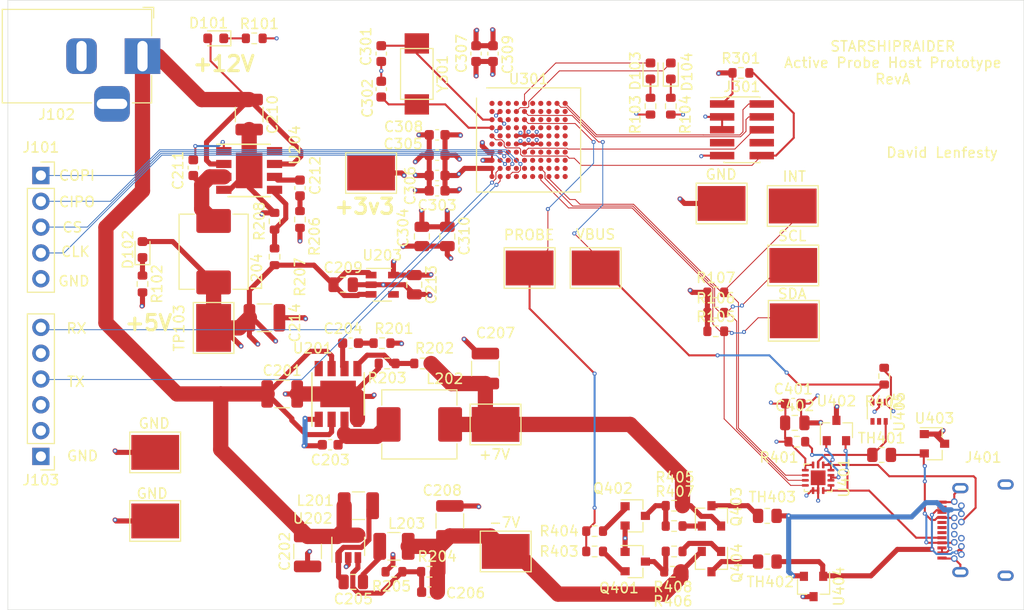
<source format=kicad_pcb>
(kicad_pcb (version 20171130) (host pcbnew 5.1.8)
  (layers (0 F.Cu signal) (1 In1.Cu power) (2 In2.Cu power) (31 B.Cu mixed) (34 B.Paste user) (35 F.Paste user) (36 B.SilkS user) (37 F.SilkS user) (38 B.Mask user) (39 F.Mask user) (44 Edge.Cuts user))
  (net 0 "")
  (net 1 GND)
  (net 2 /+12V)
  (net 3 "Net-(C203-Pad2)")
  (net 4 "Net-(C203-Pad1)")
  (net 5 "Net-(C204-Pad2)")
  (net 6 "Net-(C204-Pad1)")
  (net 7 "Net-(C205-Pad2)")
  (net 8 "Net-(C205-Pad1)")
  (net 9 "Net-(C206-Pad2)")
  (net 10 /-7V)
  (net 11 /+7V)
  (net 12 +5V)
  (net 13 "Net-(C211-Pad2)")
  (net 14 "Net-(C211-Pad1)")
  (net 15 "Net-(C212-Pad2)")
  (net 16 "Net-(C212-Pad1)")
  (net 17 +3V3)
  (net 18 "Net-(C301-Pad1)")
  (net 19 "Net-(C302-Pad1)")
  (net 20 "Net-(D101-Pad1)")
  (net 21 "Net-(D102-Pad1)")
  (net 22 /USRLED1)
  (net 23 "Net-(D103-Pad1)")
  (net 24 /USRLED2)
  (net 25 "Net-(D104-Pad1)")
  (net 26 /SPI_CLK)
  (net 27 /SPI_~CS)
  (net 28 /SPI_CIPO)
  (net 29 /SPI_COPI)
  (net 30 /MCU/NRST)
  (net 31 "Net-(J301-Pad8)")
  (net 32 "Net-(J301-Pad7)")
  (net 33 /MCU/SWO)
  (net 34 /MCU/SWCLK)
  (net 35 /MCU/SWDIO)
  (net 36 "/USB C/-7V_FUSED")
  (net 37 "Net-(J401-PadB8)")
  (net 38 "/USB C/CC2")
  (net 39 "/USB C/+7V_FUSED")
  (net 40 "/USB C/VBUS_FUSED")
  (net 41 "Net-(J401-PadB7)")
  (net 42 "Net-(J401-PadB6)")
  (net 43 "Net-(J401-PadA8)")
  (net 44 "Net-(J401-PadA7)")
  (net 45 "Net-(J401-PadA6)")
  (net 46 "/USB C/CC1")
  (net 47 "Net-(Q401-Pad3)")
  (net 48 "Net-(Q401-Pad2)")
  (net 49 "Net-(Q402-Pad3)")
  (net 50 "Net-(Q402-Pad1)")
  (net 51 "/USB C/+7V_GATED")
  (net 52 "Net-(Q403-Pad1)")
  (net 53 "/USB C/-7V_GATED")
  (net 54 "Net-(Q404-Pad1)")
  (net 55 /I2C_~INT)
  (net 56 "Net-(R202-Pad2)")
  (net 57 "Net-(R207-Pad2)")
  (net 58 "Net-(R401-Pad2)")
  (net 59 /PROBE_VBUS_~EN)
  (net 60 "/USB C/VBUS")
  (net 61 "Net-(U201-Pad8)")
  (net 62 "Net-(U204-Pad8)")
  (net 63 "Net-(U301-PadK10)")
  (net 64 "Net-(U301-PadK9)")
  (net 65 "Net-(U301-PadK6)")
  (net 66 "Net-(U301-PadK5)")
  (net 67 "Net-(U301-PadK4)")
  (net 68 /MCU/UART_RX)
  (net 69 "Net-(U301-PadJ10)")
  (net 70 "Net-(U301-PadJ9)")
  (net 71 "Net-(U301-PadJ8)")
  (net 72 "Net-(U301-PadJ6)")
  (net 73 "Net-(U301-PadJ5)")
  (net 74 "Net-(U301-PadJ4)")
  (net 75 /MCU/UART_TX)
  (net 76 "Net-(U301-PadH10)")
  (net 77 "Net-(U301-PadH9)")
  (net 78 "Net-(U301-PadH8)")
  (net 79 "Net-(U301-PadH7)")
  (net 80 "Net-(U301-PadH6)")
  (net 81 "Net-(U301-PadH5)")
  (net 82 "Net-(U301-PadH4)")
  (net 83 "Net-(U301-PadH2)")
  (net 84 "Net-(U301-PadG10)")
  (net 85 "Net-(U301-PadG9)")
  (net 86 "Net-(U301-PadG8)")
  (net 87 "Net-(U301-PadG7)")
  (net 88 "Net-(U301-PadG6)")
  (net 89 "Net-(U301-PadG4)")
  (net 90 "Net-(U301-PadG2)")
  (net 91 "Net-(U301-PadF10)")
  (net 92 "Net-(U301-PadF9)")
  (net 93 "Net-(U301-PadF8)")
  (net 94 "Net-(U301-PadF3)")
  (net 95 "Net-(U301-PadF2)")
  (net 96 "Net-(U301-PadF1)")
  (net 97 "Net-(U301-PadE10)")
  (net 98 "Net-(U301-PadE9)")
  (net 99 "Net-(U301-PadE8)")
  (net 100 "Net-(U301-PadE3)")
  (net 101 "Net-(U301-PadE2)")
  (net 102 "Net-(U301-PadD10)")
  (net 103 "Net-(U301-PadD9)")
  (net 104 "Net-(U301-PadD8)")
  (net 105 "Net-(U301-PadD7)")
  (net 106 "Net-(U301-PadD6)")
  (net 107 "Net-(U301-PadD4)")
  (net 108 "Net-(U301-PadD3)")
  (net 109 "Net-(U301-PadC10)")
  (net 110 "Net-(U301-PadC9)")
  (net 111 "Net-(U301-PadC8)")
  (net 112 "Net-(U301-PadC7)")
  (net 113 "Net-(U301-PadC6)")
  (net 114 "Net-(U301-PadC4)")
  (net 115 "Net-(U301-PadC3)")
  (net 116 "Net-(U301-PadB10)")
  (net 117 "Net-(U301-PadB9)")
  (net 118 "Net-(U301-PadB8)")
  (net 119 "Net-(U301-PadB7)")
  (net 120 "Net-(U301-PadB6)")
  (net 121 "Net-(U301-PadB3)")
  (net 122 "Net-(U301-PadB1)")
  (net 123 "Net-(U301-PadA8)")
  (net 124 "Net-(U301-PadA7)")
  (net 125 "Net-(U301-PadA6)")
  (net 126 "Net-(U301-PadA4)")
  (net 127 "Net-(U301-PadA3)")
  (net 128 "Net-(U301-PadA2)")
  (net 129 "Net-(U301-PadA1)")
  (net 130 "Net-(U405-Pad4)")
  (net 131 "Net-(U405-Pad5)")
  (net 132 /I2C_SDA)
  (net 133 /I2C_SCL)
  (net 134 /PROBE_PWR_EN)
  (net 135 "Net-(U203-Pad4)")
  (net 136 "Net-(J103-Pad5)")
  (net 137 "Net-(J103-Pad3)")
  (net 138 "Net-(J103-Pad2)")
  (module Connector_PinHeader_2.54mm:PinHeader_1x06_P2.54mm_Vertical (layer F.Cu) (at 34.5 99.65 180)
    (fp_text reference J103 (at 0 -2.33) (layer F.SilkS))
    (fp_text value Conn_01x06_Male)
    (pad 6 thru_hole oval (at 0 12.7 180) (size 1.7 1.7) (drill 1) (layers *.Cu *.Mask) (net 75 /MCU/UART_TX))
    (pad 5 thru_hole oval (at 0 10.16 180) (size 1.7 1.7) (drill 1) (layers *.Cu *.Mask) (net 136 "Net-(J103-Pad5)"))
    (pad 4 thru_hole oval (at 0 7.62 180) (size 1.7 1.7) (drill 1) (layers *.Cu *.Mask) (net 68 /MCU/UART_RX))
    (pad 3 thru_hole oval (at 0 5.08 180) (size 1.7 1.7) (drill 1) (layers *.Cu *.Mask) (net 137 "Net-(J103-Pad3)"))
    (pad 2 thru_hole oval (at 0 2.54 180) (size 1.7 1.7) (drill 1) (layers *.Cu *.Mask) (net 138 "Net-(J103-Pad2)"))
    (pad 1 thru_hole rect (at 0 0 180) (size 1.7 1.7) (drill 1) (layers *.Cu *.Mask) (net 1 GND))
  )
  (module Package_TO_SOT_SMD:SOT-23 (layer F.Cu) (at 110.55 112.45 270)
    (fp_text reference U404 (at 0 -2.5 90) (layer F.SilkS))
    (fp_text value STS232120B301)
    (pad 3 smd rect (at 1 0 270) (size 0.9 0.8) (layers F.Cu F.Paste F.Mask) (net 1 GND))
    (pad 2 smd rect (at -1 0.95 270) (size 0.9 0.8) (layers F.Cu F.Paste F.Mask) (net 39 "/USB C/+7V_FUSED"))
    (pad 1 smd rect (at -1 -0.95 270) (size 0.9 0.8) (layers F.Cu F.Paste F.Mask) (net 36 "/USB C/-7V_FUSED"))
  )
  (module Package_TO_SOT_SMD:SOT-23 (layer F.Cu) (at 122.45 98.4)
    (fp_text reference U403 (at 0 -2.5) (layer F.SilkS))
    (fp_text value STS232050B751)
    (pad 3 smd rect (at 1 0) (size 0.9 0.8) (layers F.Cu F.Paste F.Mask) (net 1 GND))
    (pad 2 smd rect (at -1 0.95) (size 0.9 0.8) (layers F.Cu F.Paste F.Mask) (net 40 "/USB C/VBUS_FUSED"))
    (pad 1 smd rect (at -1 -0.95) (size 0.9 0.8) (layers F.Cu F.Paste F.Mask) (net 1 GND))
  )
  (module Package_TO_SOT_SMD:SOT-23 (layer F.Cu) (at 112.8 97.1 90)
    (fp_text reference U402 (at 2.9 0 180) (layer F.SilkS))
    (fp_text value STS232033B102)
    (pad 3 smd rect (at 1 0 90) (size 0.9 0.8) (layers F.Cu F.Paste F.Mask) (net 1 GND))
    (pad 2 smd rect (at -1 0.95 90) (size 0.9 0.8) (layers F.Cu F.Paste F.Mask) (net 46 "/USB C/CC1"))
    (pad 1 smd rect (at -1 -0.95 90) (size 0.9 0.8) (layers F.Cu F.Paste F.Mask) (net 38 "/USB C/CC2"))
  )
  (module Package_TO_SOT_SMD:SOT-23-5 (layer F.Cu) (at 68.1 82.75)
    (fp_text reference U203 (at 0 -2.9) (layer F.SilkS))
    (fp_text value AP2112K-3.3)
    (pad 5 smd rect (at 1.1 -0.95) (size 1.06 0.65) (layers F.Cu F.Paste F.Mask) (net 17 +3V3))
    (pad 4 smd rect (at 1.1 0.95) (size 1.06 0.65) (layers F.Cu F.Paste F.Mask) (net 135 "Net-(U203-Pad4)"))
    (pad 3 smd rect (at -1.1 0.95) (size 1.06 0.65) (layers F.Cu F.Paste F.Mask) (net 12 +5V))
    (pad 2 smd rect (at -1.1 0) (size 1.06 0.65) (layers F.Cu F.Paste F.Mask) (net 1 GND))
    (pad 1 smd rect (at -1.1 -0.95) (size 1.06 0.65) (layers F.Cu F.Paste F.Mask) (net 12 +5V))
  )
  (module Capacitor_SMD:C_0805_2012Metric (layer F.Cu) (at 71.25 82.75 270)
    (fp_text reference C213 (at 0 -1.68 90) (layer F.SilkS))
    (fp_text value 1u)
    (pad 2 smd roundrect (at 0.95 0 270) (size 1 1.45) (layers F.Cu F.Paste F.Mask) (net 1 GND))
    (pad 1 smd roundrect (at -0.95 0 270) (size 1 1.45) (layers F.Cu F.Paste F.Mask) (net 17 +3V3))
  )
  (module Capacitor_SMD:C_0805_2012Metric (layer F.Cu) (at 64.25 82.75)
    (fp_text reference C209 (at 0 -1.68) (layer F.SilkS))
    (fp_text value 1u)
    (pad 2 smd roundrect (at 0.95 0) (size 1 1.45) (layers F.Cu F.Paste F.Mask) (net 1 GND))
    (pad 1 smd roundrect (at -0.95 0) (size 1 1.45) (layers F.Cu F.Paste F.Mask) (net 12 +5V))
  )
  (module Inductor_SMD:L_1210_3225Metric (layer F.Cu) (at 69.25 108.5)
    (fp_text reference L203 (at 1.25 -2.25) (layer F.SilkS))
    (fp_text value 22u)
    (pad 2 smd roundrect (at 1.4 0) (size 1.25 2.65) (layers F.Cu F.Paste F.Mask) (roundrect_rratio 0.2) (net 10 /-7V))
    (pad 1 smd roundrect (at -1.4 0) (size 1.25 2.65) (layers F.Cu F.Paste F.Mask) (roundrect_rratio 0.2) (net 8 "Net-(C205-Pad1)"))
  )
  (module Inductor_SMD:L_Abracon_ASPI-0630LR (layer F.Cu) (at 71.75 96.5)
    (fp_text reference L202 (at 2.5 -4.5) (layer F.SilkS))
    (fp_text value 12u)
    (pad 2 smd roundrect (at 3.025 0) (size 2.35 3.4) (layers F.Cu F.Paste F.Mask) (roundrect_rratio 0.1) (net 11 /+7V))
    (pad 1 smd roundrect (at -3.025 0) (size 2.35 3.4) (layers F.Cu F.Paste F.Mask) (roundrect_rratio 0.1) (net 3 "Net-(C203-Pad2)"))
  )
  (module active-host-test:Crystal_NX5032 (layer F.Cu) (at 71.5 62 90)
    (fp_text reference Y301 (at 0 2.54 90) (layer F.SilkS))
    (fp_text value 8MHz)
    (pad 2 smd rect (at -3 0 90) (size 2 2.4) (layers F.Cu F.Paste F.Mask) (net 19 "Net-(C302-Pad1)"))
    (pad 1 smd rect (at 3 0 90) (size 2 2.4) (layers F.Cu F.Paste F.Mask) (net 18 "Net-(C301-Pad1)"))
  )
  (module Package_TO_SOT_SMD:SOT-363_SC-70-6 (layer F.Cu) (at 117 95.25 270)
    (fp_text reference U405 (at 0 -2 90) (layer F.SilkS))
    (fp_text value LM66100)
    (pad 6 smd rect (at 0.95 -0.65 270) (size 0.65 0.4) (layers F.Cu F.Paste F.Mask) (net 60 "/USB C/VBUS"))
    (pad 4 smd rect (at 0.95 0.65 270) (size 0.65 0.4) (layers F.Cu F.Paste F.Mask) (net 130 "Net-(U405-Pad4)"))
    (pad 2 smd rect (at -0.95 0 270) (size 0.65 0.4) (layers F.Cu F.Paste F.Mask) (net 1 GND))
    (pad 5 smd rect (at 0.95 0 270) (size 0.65 0.4) (layers F.Cu F.Paste F.Mask) (net 131 "Net-(U405-Pad5)"))
    (pad 3 smd rect (at -0.95 0.65 270) (size 0.65 0.4) (layers F.Cu F.Paste F.Mask) (net 59 /PROBE_VBUS_~EN))
    (pad 1 smd rect (at -0.95 -0.65 270) (size 0.65 0.4) (layers F.Cu F.Paste F.Mask) (net 12 +5V))
  )
  (module Package_DFN_QFN:WQFN-14-1EP_2.5x2.5mm_P0.5mm_EP1.45x1.45mm (layer F.Cu) (at 111 101.75 270)
    (fp_text reference U401 (at 0 -2.55 90) (layer F.SilkS))
    (fp_text value FUSB302BMPX)
    (pad 15 smd rect (at 0 0 270) (size 1.45 1.45) (layers F.Cu F.Mask) (net 1 GND))
    (pad 14 smd roundrect (at -0.75 -1.2625 270) (size 0.25 0.675) (layers F.Cu F.Paste F.Mask) (net 38 "/USB C/CC2"))
    (pad 13 smd roundrect (at -0.25 -1.2625 270) (size 0.25 0.675) (layers F.Cu F.Paste F.Mask) (net 58 "Net-(R401-Pad2)"))
    (pad 12 smd roundrect (at 0.25 -1.2625 270) (size 0.25 0.675) (layers F.Cu F.Paste F.Mask) (net 58 "Net-(R401-Pad2)"))
    (pad 11 smd roundrect (at 0.75 -1.2625 270) (size 0.25 0.675) (layers F.Cu F.Paste F.Mask) (net 46 "/USB C/CC1"))
    (pad 10 smd roundrect (at 1.2625 -0.5 270) (size 0.675 0.25) (layers F.Cu F.Paste F.Mask) (net 46 "/USB C/CC1"))
    (pad 9 smd roundrect (at 1.2625 0 270) (size 0.675 0.25) (layers F.Cu F.Paste F.Mask) (net 1 GND))
    (pad 8 smd roundrect (at 1.2625 0.5 270) (size 0.675 0.25) (layers F.Cu F.Paste F.Mask) (net 1 GND))
    (pad 7 smd roundrect (at 0.75 1.2625 270) (size 0.25 0.675) (layers F.Cu F.Paste F.Mask) (net 132 /I2C_SDA))
    (pad 6 smd roundrect (at 0.25 1.2625 270) (size 0.25 0.675) (layers F.Cu F.Paste F.Mask) (net 133 /I2C_SCL))
    (pad 5 smd roundrect (at -0.25 1.2625 270) (size 0.25 0.675) (layers F.Cu F.Paste F.Mask) (net 55 /I2C_~INT))
    (pad 4 smd roundrect (at -0.75 1.2625 270) (size 0.25 0.675) (layers F.Cu F.Paste F.Mask) (net 12 +5V))
    (pad 3 smd roundrect (at -1.2625 0.5 270) (size 0.675 0.25) (layers F.Cu F.Paste F.Mask) (net 12 +5V))
    (pad 2 smd roundrect (at -1.2625 0 270) (size 0.675 0.25) (layers F.Cu F.Paste F.Mask) (net 60 "/USB C/VBUS"))
    (pad 1 smd roundrect (at -1.2625 -0.5 270) (size 0.675 0.25) (layers F.Cu F.Paste F.Mask) (net 38 "/USB C/CC2"))
  )
  (module Package_BGA:LFBGA-100_10x10mm_Layout10x10_P0.8mm (layer F.Cu) (at 82.5 68.5)
    (fp_text reference U301 (at 0 -6) (layer F.SilkS))
    (fp_text value STM32F103V8Hx)
    (pad K10 smd circle (at 3.6 3.6) (size 0.5 0.5) (layers F.Cu F.Paste F.Mask) (net 63 "Net-(U301-PadK10)"))
    (pad K9 smd circle (at 2.8 3.6) (size 0.5 0.5) (layers F.Cu F.Paste F.Mask) (net 64 "Net-(U301-PadK9)"))
    (pad K8 smd circle (at 2 3.6) (size 0.5 0.5) (layers F.Cu F.Paste F.Mask) (net 55 /I2C_~INT))
    (pad K7 smd circle (at 1.2 3.6) (size 0.5 0.5) (layers F.Cu F.Paste F.Mask) (net 132 /I2C_SDA))
    (pad K6 smd circle (at 0.4 3.6) (size 0.5 0.5) (layers F.Cu F.Paste F.Mask) (net 65 "Net-(U301-PadK6)"))
    (pad K5 smd circle (at -0.4 3.6) (size 0.5 0.5) (layers F.Cu F.Paste F.Mask) (net 66 "Net-(U301-PadK5)"))
    (pad K4 smd circle (at -1.2 3.6) (size 0.5 0.5) (layers F.Cu F.Paste F.Mask) (net 67 "Net-(U301-PadK4)"))
    (pad K3 smd circle (at -2 3.6) (size 0.5 0.5) (layers F.Cu F.Paste F.Mask) (net 29 /SPI_COPI))
    (pad K2 smd circle (at -2.8 3.6) (size 0.5 0.5) (layers F.Cu F.Paste F.Mask) (net 68 /MCU/UART_RX))
    (pad K1 smd circle (at -3.6 3.6) (size 0.5 0.5) (layers F.Cu F.Paste F.Mask) (net 17 +3V3))
    (pad J10 smd circle (at 3.6 2.8) (size 0.5 0.5) (layers F.Cu F.Paste F.Mask) (net 69 "Net-(U301-PadJ10)"))
    (pad J9 smd circle (at 2.8 2.8) (size 0.5 0.5) (layers F.Cu F.Paste F.Mask) (net 70 "Net-(U301-PadJ9)"))
    (pad J8 smd circle (at 2 2.8) (size 0.5 0.5) (layers F.Cu F.Paste F.Mask) (net 71 "Net-(U301-PadJ8)"))
    (pad J7 smd circle (at 1.2 2.8) (size 0.5 0.5) (layers F.Cu F.Paste F.Mask) (net 133 /I2C_SCL))
    (pad J6 smd circle (at 0.4 2.8) (size 0.5 0.5) (layers F.Cu F.Paste F.Mask) (net 72 "Net-(U301-PadJ6)"))
    (pad J5 smd circle (at -0.4 2.8) (size 0.5 0.5) (layers F.Cu F.Paste F.Mask) (net 73 "Net-(U301-PadJ5)"))
    (pad J4 smd circle (at -1.2 2.8) (size 0.5 0.5) (layers F.Cu F.Paste F.Mask) (net 74 "Net-(U301-PadJ4)"))
    (pad J3 smd circle (at -2 2.8) (size 0.5 0.5) (layers F.Cu F.Paste F.Mask) (net 28 /SPI_CIPO))
    (pad J2 smd circle (at -2.8 2.8) (size 0.5 0.5) (layers F.Cu F.Paste F.Mask) (net 75 /MCU/UART_TX))
    (pad J1 smd circle (at -3.6 2.8) (size 0.5 0.5) (layers F.Cu F.Paste F.Mask) (net 17 +3V3))
    (pad H10 smd circle (at 3.6 2) (size 0.5 0.5) (layers F.Cu F.Paste F.Mask) (net 76 "Net-(U301-PadH10)"))
    (pad H9 smd circle (at 2.8 2) (size 0.5 0.5) (layers F.Cu F.Paste F.Mask) (net 77 "Net-(U301-PadH9)"))
    (pad H8 smd circle (at 2 2) (size 0.5 0.5) (layers F.Cu F.Paste F.Mask) (net 78 "Net-(U301-PadH8)"))
    (pad H7 smd circle (at 1.2 2) (size 0.5 0.5) (layers F.Cu F.Paste F.Mask) (net 79 "Net-(U301-PadH7)"))
    (pad H6 smd circle (at 0.4 2) (size 0.5 0.5) (layers F.Cu F.Paste F.Mask) (net 80 "Net-(U301-PadH6)"))
    (pad H5 smd circle (at -0.4 2) (size 0.5 0.5) (layers F.Cu F.Paste F.Mask) (net 81 "Net-(U301-PadH5)"))
    (pad H4 smd circle (at -1.2 2) (size 0.5 0.5) (layers F.Cu F.Paste F.Mask) (net 82 "Net-(U301-PadH4)"))
    (pad H3 smd circle (at -2 2) (size 0.5 0.5) (layers F.Cu F.Paste F.Mask) (net 26 /SPI_CLK))
    (pad H2 smd circle (at -2.8 2) (size 0.5 0.5) (layers F.Cu F.Paste F.Mask) (net 83 "Net-(U301-PadH2)"))
    (pad H1 smd circle (at -3.6 2) (size 0.5 0.5) (layers F.Cu F.Paste F.Mask) (net 1 GND))
    (pad G10 smd circle (at 3.6 1.2) (size 0.5 0.5) (layers F.Cu F.Paste F.Mask) (net 84 "Net-(U301-PadG10)"))
    (pad G9 smd circle (at 2.8 1.2) (size 0.5 0.5) (layers F.Cu F.Paste F.Mask) (net 85 "Net-(U301-PadG9)"))
    (pad G8 smd circle (at 2 1.2) (size 0.5 0.5) (layers F.Cu F.Paste F.Mask) (net 86 "Net-(U301-PadG8)"))
    (pad G7 smd circle (at 1.2 1.2) (size 0.5 0.5) (layers F.Cu F.Paste F.Mask) (net 87 "Net-(U301-PadG7)"))
    (pad G6 smd circle (at 0.4 1.2) (size 0.5 0.5) (layers F.Cu F.Paste F.Mask) (net 88 "Net-(U301-PadG6)"))
    (pad G5 smd circle (at -0.4 1.2) (size 0.5 0.5) (layers F.Cu F.Paste F.Mask) (net 33 /MCU/SWO))
    (pad G4 smd circle (at -1.2 1.2) (size 0.5 0.5) (layers F.Cu F.Paste F.Mask) (net 89 "Net-(U301-PadG4)"))
    (pad G3 smd circle (at -2 1.2) (size 0.5 0.5) (layers F.Cu F.Paste F.Mask) (net 27 /SPI_~CS))
    (pad G2 smd circle (at -2.8 1.2) (size 0.5 0.5) (layers F.Cu F.Paste F.Mask) (net 90 "Net-(U301-PadG2)"))
    (pad G1 smd circle (at -3.6 1.2) (size 0.5 0.5) (layers F.Cu F.Paste F.Mask) (net 1 GND))
    (pad F10 smd circle (at 3.6 0.4) (size 0.5 0.5) (layers F.Cu F.Paste F.Mask) (net 91 "Net-(U301-PadF10)"))
    (pad F9 smd circle (at 2.8 0.4) (size 0.5 0.5) (layers F.Cu F.Paste F.Mask) (net 92 "Net-(U301-PadF9)"))
    (pad F8 smd circle (at 2 0.4) (size 0.5 0.5) (layers F.Cu F.Paste F.Mask) (net 93 "Net-(U301-PadF8)"))
    (pad F7 smd circle (at 1.2 0.4) (size 0.5 0.5) (layers F.Cu F.Paste F.Mask) (net 17 +3V3))
    (pad F6 smd circle (at 0.4 0.4) (size 0.5 0.5) (layers F.Cu F.Paste F.Mask) (net 17 +3V3))
    (pad F5 smd circle (at -0.4 0.4) (size 0.5 0.5) (layers F.Cu F.Paste F.Mask) (net 17 +3V3))
    (pad F4 smd circle (at -1.2 0.4) (size 0.5 0.5) (layers F.Cu F.Paste F.Mask) (net 17 +3V3))
    (pad F3 smd circle (at -2 0.4) (size 0.5 0.5) (layers F.Cu F.Paste F.Mask) (net 94 "Net-(U301-PadF3)"))
    (pad F2 smd circle (at -2.8 0.4) (size 0.5 0.5) (layers F.Cu F.Paste F.Mask) (net 95 "Net-(U301-PadF2)"))
    (pad F1 smd circle (at -3.6 0.4) (size 0.5 0.5) (layers F.Cu F.Paste F.Mask) (net 96 "Net-(U301-PadF1)"))
    (pad E10 smd circle (at 3.6 -0.4) (size 0.5 0.5) (layers F.Cu F.Paste F.Mask) (net 97 "Net-(U301-PadE10)"))
    (pad E9 smd circle (at 2.8 -0.4) (size 0.5 0.5) (layers F.Cu F.Paste F.Mask) (net 98 "Net-(U301-PadE9)"))
    (pad E8 smd circle (at 2 -0.4) (size 0.5 0.5) (layers F.Cu F.Paste F.Mask) (net 99 "Net-(U301-PadE8)"))
    (pad E7 smd circle (at 1.2 -0.4) (size 0.5 0.5) (layers F.Cu F.Paste F.Mask) (net 1 GND))
    (pad E6 smd circle (at 0.4 -0.4) (size 0.5 0.5) (layers F.Cu F.Paste F.Mask) (net 1 GND))
    (pad E5 smd circle (at -0.4 -0.4) (size 0.5 0.5) (layers F.Cu F.Paste F.Mask) (net 1 GND))
    (pad E4 smd circle (at -1.2 -0.4) (size 0.5 0.5) (layers F.Cu F.Paste F.Mask) (net 1 GND))
    (pad E3 smd circle (at -2 -0.4) (size 0.5 0.5) (layers F.Cu F.Paste F.Mask) (net 100 "Net-(U301-PadE3)"))
    (pad E2 smd circle (at -2.8 -0.4) (size 0.5 0.5) (layers F.Cu F.Paste F.Mask) (net 101 "Net-(U301-PadE2)"))
    (pad E1 smd circle (at -3.6 -0.4) (size 0.5 0.5) (layers F.Cu F.Paste F.Mask) (net 30 /MCU/NRST))
    (pad D10 smd circle (at 3.6 -1.2) (size 0.5 0.5) (layers F.Cu F.Paste F.Mask) (net 102 "Net-(U301-PadD10)"))
    (pad D9 smd circle (at 2.8 -1.2) (size 0.5 0.5) (layers F.Cu F.Paste F.Mask) (net 103 "Net-(U301-PadD9)"))
    (pad D8 smd circle (at 2 -1.2) (size 0.5 0.5) (layers F.Cu F.Paste F.Mask) (net 104 "Net-(U301-PadD8)"))
    (pad D7 smd circle (at 1.2 -1.2) (size 0.5 0.5) (layers F.Cu F.Paste F.Mask) (net 105 "Net-(U301-PadD7)"))
    (pad D6 smd circle (at 0.4 -1.2) (size 0.5 0.5) (layers F.Cu F.Paste F.Mask) (net 106 "Net-(U301-PadD6)"))
    (pad D5 smd circle (at -0.4 -1.2) (size 0.5 0.5) (layers F.Cu F.Paste F.Mask) (net 1 GND))
    (pad D4 smd circle (at -1.2 -1.2) (size 0.5 0.5) (layers F.Cu F.Paste F.Mask) (net 107 "Net-(U301-PadD4)"))
    (pad D3 smd circle (at -2 -1.2) (size 0.5 0.5) (layers F.Cu F.Paste F.Mask) (net 108 "Net-(U301-PadD3)"))
    (pad D2 smd circle (at -2.8 -1.2) (size 0.5 0.5) (layers F.Cu F.Paste F.Mask) (net 17 +3V3))
    (pad D1 smd circle (at -3.6 -1.2) (size 0.5 0.5) (layers F.Cu F.Paste F.Mask) (net 19 "Net-(C302-Pad1)"))
    (pad C10 smd circle (at 3.6 -2) (size 0.5 0.5) (layers F.Cu F.Paste F.Mask) (net 109 "Net-(U301-PadC10)"))
    (pad C9 smd circle (at 2.8 -2) (size 0.5 0.5) (layers F.Cu F.Paste F.Mask) (net 110 "Net-(U301-PadC9)"))
    (pad C8 smd circle (at 2 -2) (size 0.5 0.5) (layers F.Cu F.Paste F.Mask) (net 111 "Net-(U301-PadC8)"))
    (pad C7 smd circle (at 1.2 -2) (size 0.5 0.5) (layers F.Cu F.Paste F.Mask) (net 112 "Net-(U301-PadC7)"))
    (pad C6 smd circle (at 0.4 -2) (size 0.5 0.5) (layers F.Cu F.Paste F.Mask) (net 113 "Net-(U301-PadC6)"))
    (pad C5 smd circle (at -0.4 -2) (size 0.5 0.5) (layers F.Cu F.Paste F.Mask) (net 134 /PROBE_PWR_EN))
    (pad C4 smd circle (at -1.2 -2) (size 0.5 0.5) (layers F.Cu F.Paste F.Mask) (net 114 "Net-(U301-PadC4)"))
    (pad C3 smd circle (at -2 -2) (size 0.5 0.5) (layers F.Cu F.Paste F.Mask) (net 115 "Net-(U301-PadC3)"))
    (pad C2 smd circle (at -2.8 -2) (size 0.5 0.5) (layers F.Cu F.Paste F.Mask) (net 1 GND))
    (pad C1 smd circle (at -3.6 -2) (size 0.5 0.5) (layers F.Cu F.Paste F.Mask) (net 18 "Net-(C301-Pad1)"))
    (pad B10 smd circle (at 3.6 -2.8) (size 0.5 0.5) (layers F.Cu F.Paste F.Mask) (net 116 "Net-(U301-PadB10)"))
    (pad B9 smd circle (at 2.8 -2.8) (size 0.5 0.5) (layers F.Cu F.Paste F.Mask) (net 117 "Net-(U301-PadB9)"))
    (pad B8 smd circle (at 2 -2.8) (size 0.5 0.5) (layers F.Cu F.Paste F.Mask) (net 118 "Net-(U301-PadB8)"))
    (pad B7 smd circle (at 1.2 -2.8) (size 0.5 0.5) (layers F.Cu F.Paste F.Mask) (net 119 "Net-(U301-PadB7)"))
    (pad B6 smd circle (at 0.4 -2.8) (size 0.5 0.5) (layers F.Cu F.Paste F.Mask) (net 120 "Net-(U301-PadB6)"))
    (pad B5 smd circle (at -0.4 -2.8) (size 0.5 0.5) (layers F.Cu F.Paste F.Mask) (net 59 /PROBE_VBUS_~EN))
    (pad B4 smd circle (at -1.2 -2.8) (size 0.5 0.5) (layers F.Cu F.Paste F.Mask) (net 24 /USRLED2))
    (pad B3 smd circle (at -2 -2.8) (size 0.5 0.5) (layers F.Cu F.Paste F.Mask) (net 121 "Net-(U301-PadB3)"))
    (pad B2 smd circle (at -2.8 -2.8) (size 0.5 0.5) (layers F.Cu F.Paste F.Mask) (net 17 +3V3))
    (pad B1 smd circle (at -3.6 -2.8) (size 0.5 0.5) (layers F.Cu F.Paste F.Mask) (net 122 "Net-(U301-PadB1)"))
    (pad A10 smd circle (at 3.6 -3.6) (size 0.5 0.5) (layers F.Cu F.Paste F.Mask) (net 35 /MCU/SWDIO))
    (pad A9 smd circle (at 2.8 -3.6) (size 0.5 0.5) (layers F.Cu F.Paste F.Mask) (net 34 /MCU/SWCLK))
    (pad A8 smd circle (at 2 -3.6) (size 0.5 0.5) (layers F.Cu F.Paste F.Mask) (net 123 "Net-(U301-PadA8)"))
    (pad A7 smd circle (at 1.2 -3.6) (size 0.5 0.5) (layers F.Cu F.Paste F.Mask) (net 124 "Net-(U301-PadA7)"))
    (pad A6 smd circle (at 0.4 -3.6) (size 0.5 0.5) (layers F.Cu F.Paste F.Mask) (net 125 "Net-(U301-PadA6)"))
    (pad A5 smd circle (at -0.4 -3.6) (size 0.5 0.5) (layers F.Cu F.Paste F.Mask) (net 22 /USRLED1))
    (pad A4 smd circle (at -1.2 -3.6) (size 0.5 0.5) (layers F.Cu F.Paste F.Mask) (net 126 "Net-(U301-PadA4)"))
    (pad A3 smd circle (at -2 -3.6) (size 0.5 0.5) (layers F.Cu F.Paste F.Mask) (net 127 "Net-(U301-PadA3)"))
    (pad A2 smd circle (at -2.8 -3.6) (size 0.5 0.5) (layers F.Cu F.Paste F.Mask) (net 128 "Net-(U301-PadA2)"))
    (pad A1 smd circle (at -3.6 -3.6) (size 0.5 0.5) (layers F.Cu F.Paste F.Mask) (net 129 "Net-(U301-PadA1)"))
  )
  (module Package_SO:Diodes_SO-8EP (layer F.Cu) (at 55 71.5)
    (fp_text reference U204 (at 4.5 -2.5 270) (layer F.SilkS))
    (fp_text value AP6502)
    (pad 9 smd rect (at 0 0) (size 2.613 3.502) (layers F.Cu F.Paste F.Mask) (net 1 GND))
    (pad 8 smd rect (at 2.4975 -1.905) (size 1.505 0.802) (layers F.Cu F.Paste F.Mask) (net 62 "Net-(U204-Pad8)"))
    (pad 7 smd rect (at 2.4975 -0.635) (size 1.505 0.802) (layers F.Cu F.Paste F.Mask) (net 2 /+12V))
    (pad 6 smd rect (at 2.4975 0.635) (size 1.505 0.802) (layers F.Cu F.Paste F.Mask) (net 16 "Net-(C212-Pad1)"))
    (pad 5 smd rect (at 2.4975 1.905) (size 1.505 0.802) (layers F.Cu F.Paste F.Mask) (net 57 "Net-(R207-Pad2)"))
    (pad 4 smd rect (at -2.4975 1.905) (size 1.505 0.802) (layers F.Cu F.Paste F.Mask) (net 1 GND))
    (pad 3 smd rect (at -2.4975 0.635) (size 1.505 0.802) (layers F.Cu F.Paste F.Mask) (net 13 "Net-(C211-Pad2)"))
    (pad 2 smd rect (at -2.4975 -0.635) (size 1.505 0.802) (layers F.Cu F.Paste F.Mask) (net 2 /+12V))
    (pad 1 smd rect (at -2.4975 -1.905) (size 1.505 0.802) (layers F.Cu F.Paste F.Mask) (net 14 "Net-(C211-Pad1)"))
  )
  (module Package_TO_SOT_SMD:SOT-23-5 (layer F.Cu) (at 64.75 108.5 90)
    (fp_text reference U202 (at 2.75 -3.5 180) (layer F.SilkS))
    (fp_text value LM2611xMF)
    (pad 5 smd rect (at 1.1 -0.95 90) (size 1.06 0.65) (layers F.Cu F.Paste F.Mask) (net 2 /+12V))
    (pad 4 smd rect (at 1.1 0.95 90) (size 1.06 0.65) (layers F.Cu F.Paste F.Mask) (net 2 /+12V))
    (pad 3 smd rect (at -1.1 0.95 90) (size 1.06 0.65) (layers F.Cu F.Paste F.Mask) (net 9 "Net-(C206-Pad2)"))
    (pad 2 smd rect (at -1.1 0 90) (size 1.06 0.65) (layers F.Cu F.Paste F.Mask) (net 1 GND))
    (pad 1 smd rect (at -1.1 -0.95 90) (size 1.06 0.65) (layers F.Cu F.Paste F.Mask) (net 7 "Net-(C205-Pad2)"))
  )
  (module Package_SO:Diodes_SO-8EP (layer F.Cu) (at 63.75 93.5 90)
    (fp_text reference U201 (at 4.5 -2.5 180) (layer F.SilkS))
    (fp_text value AP6502)
    (pad 9 smd rect (at 0 0 90) (size 2.613 3.502) (layers F.Cu F.Paste F.Mask) (net 1 GND))
    (pad 8 smd rect (at 2.4975 -1.905 90) (size 1.505 0.802) (layers F.Cu F.Paste F.Mask) (net 61 "Net-(U201-Pad8)"))
    (pad 7 smd rect (at 2.4975 -0.635 90) (size 1.505 0.802) (layers F.Cu F.Paste F.Mask) (net 2 /+12V))
    (pad 6 smd rect (at 2.4975 0.635 90) (size 1.505 0.802) (layers F.Cu F.Paste F.Mask) (net 6 "Net-(C204-Pad1)"))
    (pad 5 smd rect (at 2.4975 1.905 90) (size 1.505 0.802) (layers F.Cu F.Paste F.Mask) (net 56 "Net-(R202-Pad2)"))
    (pad 4 smd rect (at -2.4975 1.905 90) (size 1.505 0.802) (layers F.Cu F.Paste F.Mask) (net 1 GND))
    (pad 3 smd rect (at -2.4975 0.635 90) (size 1.505 0.802) (layers F.Cu F.Paste F.Mask) (net 3 "Net-(C203-Pad2)"))
    (pad 2 smd rect (at -2.4975 -0.635 90) (size 1.505 0.802) (layers F.Cu F.Paste F.Mask) (net 2 /+12V))
    (pad 1 smd rect (at -2.4975 -1.905 90) (size 1.505 0.802) (layers F.Cu F.Paste F.Mask) (net 4 "Net-(C203-Pad1)"))
  )
  (module active-host-test:Keystone_5016 (layer F.Cu) (at 45.75 99.25)
    (fp_text reference TP112 hide)
    (fp_text value TestPoint)
    (pad 1 smd rect (at 0 0) (size 4.7 3.43) (layers F.Cu F.Paste F.Mask) (net 1 GND))
  )
  (module active-host-test:Keystone_5016 (layer F.Cu) (at 45.75 106)
    (fp_text reference TP111 hide)
    (fp_text value TestPoint)
    (pad 1 smd rect (at 0 0) (size 4.7 3.43) (layers F.Cu F.Paste F.Mask) (net 1 GND))
  )
  (module active-host-test:Keystone_5016 (layer F.Cu) (at 101.5 74.75)
    (fp_text reference TP110 hide)
    (fp_text value TestPoint)
    (pad 1 smd rect (at 0 0) (size 4.7 3.43) (layers F.Cu F.Paste F.Mask) (net 1 GND))
  )
  (module active-host-test:Keystone_5016 (layer F.Cu) (at 108.5 75)
    (fp_text reference TP109 hide)
    (fp_text value TestPoint)
    (pad 1 smd rect (at 0 0) (size 4.7 3.43) (layers F.Cu F.Paste F.Mask) (net 55 /I2C_~INT))
  )
  (module active-host-test:Keystone_5016 (layer F.Cu) (at 108.55 80.85)
    (fp_text reference TP108 hide)
    (fp_text value TestPoint)
    (pad 1 smd rect (at 0 0) (size 4.7 3.43) (layers F.Cu F.Paste F.Mask) (net 133 /I2C_SCL))
  )
  (module active-host-test:Keystone_5016 (layer F.Cu) (at 108.6 86.3)
    (fp_text reference TP107 hide)
    (fp_text value TestPoint)
    (pad 1 smd rect (at 0 0) (size 4.7 3.43) (layers F.Cu F.Paste F.Mask) (net 132 /I2C_SDA))
  )
  (module active-host-test:Keystone_5016 (layer F.Cu) (at 89.1 81.1)
    (fp_text reference TP106 hide)
    (fp_text value TestPoint)
    (pad 1 smd rect (at 0 0) (size 4.7 3.43) (layers F.Cu F.Paste F.Mask) (net 59 /PROBE_VBUS_~EN))
  )
  (module active-host-test:Keystone_5016 (layer F.Cu) (at 82.6 81.1)
    (fp_text reference TP105 hide)
    (fp_text value TestPoint)
    (pad 1 smd rect (at 0 0) (size 4.7 3.43) (layers F.Cu F.Paste F.Mask) (net 134 /PROBE_PWR_EN))
  )
  (module active-host-test:Keystone_5016 (layer F.Cu) (at 67 71.75)
    (fp_text reference TP104 hide)
    (fp_text value TestPoint)
    (pad 1 smd rect (at 0 0) (size 4.7 3.43) (layers F.Cu F.Paste F.Mask) (net 17 +3V3))
  )
  (module active-host-test:Keystone_5016 (layer F.Cu) (at 51.5 87 270)
    (fp_text reference TP103 (at 0 3.4 90) (layer F.SilkS))
    (fp_text value TestPoint)
    (pad 1 smd rect (at 0 0 270) (size 4.7 3.43) (layers F.Cu F.Paste F.Mask) (net 12 +5V))
  )
  (module active-host-test:Keystone_5016 (layer F.Cu) (at 80.25 109)
    (fp_text reference TP102 hide)
    (fp_text value TestPoint)
    (pad 1 smd rect (at 0 0) (size 4.7 3.43) (layers F.Cu F.Paste F.Mask) (net 10 /-7V))
  )
  (module active-host-test:Keystone_5016 (layer F.Cu) (at 79.25 96.5)
    (fp_text reference TP101 hide)
    (fp_text value TestPoint)
    (pad 1 smd rect (at 0 0) (size 4.7 3.43) (layers F.Cu F.Paste F.Mask) (net 11 /+7V))
  )
  (module Resistor_SMD:R_0805_2012Metric (layer F.Cu) (at 106 105.5 180)
    (fp_text reference TH403 (at -0.5 1.85) (layer F.SilkS))
    (fp_text value Thermistor_PTC)
    (pad 2 smd roundrect (at 0.9125 0 180) (size 1.025 1.4) (layers F.Cu F.Paste F.Mask) (roundrect_rratio 0.243902) (net 51 "/USB C/+7V_GATED"))
    (pad 1 smd roundrect (at -0.9125 0 180) (size 1.025 1.4) (layers F.Cu F.Paste F.Mask) (roundrect_rratio 0.243902) (net 39 "/USB C/+7V_FUSED"))
  )
  (module Resistor_SMD:R_0805_2012Metric (layer F.Cu) (at 106 110)
    (fp_text reference TH402 (at 0.3 2) (layer F.SilkS))
    (fp_text value Thermistor_PTC)
    (pad 2 smd roundrect (at 0.9125 0) (size 1.025 1.4) (layers F.Cu F.Paste F.Mask) (roundrect_rratio 0.243902) (net 36 "/USB C/-7V_FUSED"))
    (pad 1 smd roundrect (at -0.9125 0) (size 1.025 1.4) (layers F.Cu F.Paste F.Mask) (roundrect_rratio 0.243902) (net 53 "/USB C/-7V_GATED"))
  )
  (module Resistor_SMD:R_0805_2012Metric (layer F.Cu) (at 117.25 99.5)
    (fp_text reference TH401 (at 0 -1.65) (layer F.SilkS))
    (fp_text value Thermistor_PTC)
    (pad 2 smd roundrect (at 0.9125 0) (size 1.025 1.4) (layers F.Cu F.Paste F.Mask) (roundrect_rratio 0.243902) (net 40 "/USB C/VBUS_FUSED"))
    (pad 1 smd roundrect (at -0.9125 0) (size 1.025 1.4) (layers F.Cu F.Paste F.Mask) (roundrect_rratio 0.243902) (net 60 "/USB C/VBUS"))
  )
  (module Resistor_SMD:R_0603_1608Metric (layer F.Cu) (at 96.825 109 180)
    (fp_text reference R408 (at 0.125 -3.5) (layer F.SilkS))
    (fp_text value 100R)
    (pad 2 smd roundrect (at 0.825 0 180) (size 0.8 0.95) (layers F.Cu F.Paste F.Mask) (net 47 "Net-(Q401-Pad3)"))
    (pad 1 smd roundrect (at -0.825 0 180) (size 0.8 0.95) (layers F.Cu F.Paste F.Mask) (net 54 "Net-(Q404-Pad1)"))
  )
  (module Resistor_SMD:R_0603_1608Metric (layer F.Cu) (at 96.825 106.5 180)
    (fp_text reference R407 (at -0.075 3.4) (layer F.SilkS))
    (fp_text value 100R)
    (pad 2 smd roundrect (at 0.825 0 180) (size 0.8 0.95) (layers F.Cu F.Paste F.Mask) (net 49 "Net-(Q402-Pad3)"))
    (pad 1 smd roundrect (at -0.825 0 180) (size 0.8 0.95) (layers F.Cu F.Paste F.Mask) (net 52 "Net-(Q403-Pad1)"))
  )
  (module Resistor_SMD:R_0603_1608Metric (layer F.Cu) (at 96.675 111)
    (fp_text reference R406 (at 0.025 2.9) (layer F.SilkS))
    (fp_text value 10k)
    (pad 2 smd roundrect (at 0.825 0) (size 0.8 0.95) (layers F.Cu F.Paste F.Mask) (net 10 /-7V))
    (pad 1 smd roundrect (at -0.825 0) (size 0.8 0.95) (layers F.Cu F.Paste F.Mask) (net 47 "Net-(Q401-Pad3)"))
  )
  (module Resistor_SMD:R_0603_1608Metric (layer F.Cu) (at 96.825 104.5 180)
    (fp_text reference R405 (at -0.075 2.8) (layer F.SilkS))
    (fp_text value 10k)
    (pad 2 smd roundrect (at 0.825 0 180) (size 0.8 0.95) (layers F.Cu F.Paste F.Mask) (net 49 "Net-(Q402-Pad3)"))
    (pad 1 smd roundrect (at -0.825 0 180) (size 0.8 0.95) (layers F.Cu F.Paste F.Mask) (net 11 /+7V))
  )
  (module Resistor_SMD:R_0603_1608Metric (layer F.Cu) (at 89 107 180)
    (fp_text reference R404 (at 3.5 0) (layer F.SilkS))
    (fp_text value 10k)
    (pad 2 smd roundrect (at 0.825 0 180) (size 0.8 0.95) (layers F.Cu F.Paste F.Mask) (net 134 /PROBE_PWR_EN))
    (pad 1 smd roundrect (at -0.825 0 180) (size 0.8 0.95) (layers F.Cu F.Paste F.Mask) (net 50 "Net-(Q402-Pad1)"))
  )
  (module Resistor_SMD:R_0603_1608Metric (layer F.Cu) (at 89 109 180)
    (fp_text reference R403 (at 3.5 0) (layer F.SilkS))
    (fp_text value 10k)
    (pad 2 smd roundrect (at 0.825 0 180) (size 0.8 0.95) (layers F.Cu F.Paste F.Mask) (net 134 /PROBE_PWR_EN))
    (pad 1 smd roundrect (at -0.825 0 180) (size 0.8 0.95) (layers F.Cu F.Paste F.Mask) (net 48 "Net-(Q401-Pad2)"))
  )
  (module Resistor_SMD:R_0603_1608Metric (layer F.Cu) (at 117.5 91.75 270)
    (fp_text reference R402 (at 2.5 0 180) (layer F.SilkS))
    (fp_text value 10k)
    (pad 2 smd roundrect (at 0.825 0 270) (size 0.8 0.95) (layers F.Cu F.Paste F.Mask) (net 59 /PROBE_VBUS_~EN))
    (pad 1 smd roundrect (at -0.825 0 270) (size 0.8 0.95) (layers F.Cu F.Paste F.Mask) (net 12 +5V))
  )
  (module Resistor_SMD:R_0603_1608Metric (layer F.Cu) (at 108.9 98.2)
    (fp_text reference R401 (at -1.75 1.55 180) (layer F.SilkS))
    (fp_text value 0R)
    (pad 2 smd roundrect (at 0.825 0) (size 0.8 0.95) (layers F.Cu F.Paste F.Mask) (net 58 "Net-(R401-Pad2)"))
    (pad 1 smd roundrect (at -0.825 0) (size 0.8 0.95) (layers F.Cu F.Paste F.Mask) (net 12 +5V))
  )
  (module Resistor_SMD:R_0603_1608Metric (layer F.Cu) (at 103.4 61.9)
    (fp_text reference R301 (at 0 -1.43) (layer F.SilkS))
    (fp_text value 10k)
    (pad 2 smd roundrect (at 0.825 0) (size 0.8 0.95) (layers F.Cu F.Paste F.Mask) (net 30 /MCU/NRST))
    (pad 1 smd roundrect (at -0.825 0) (size 0.8 0.95) (layers F.Cu F.Paste F.Mask) (net 17 +3V3))
  )
  (module Resistor_SMD:R_0603_1608Metric (layer F.Cu) (at 57.5 76.5 90)
    (fp_text reference R208 (at 0 -1.5 90) (layer F.SilkS))
    (fp_text value 10k)
    (pad 2 smd roundrect (at 0.825 0 90) (size 0.8 0.95) (layers F.Cu F.Paste F.Mask) (net 1 GND))
    (pad 1 smd roundrect (at -0.825 0 90) (size 0.8 0.95) (layers F.Cu F.Paste F.Mask) (net 57 "Net-(R207-Pad2)"))
  )
  (module Resistor_SMD:R_0603_1608Metric (layer F.Cu) (at 57.5 80 90)
    (fp_text reference R207 (at -2 2.5 90) (layer F.SilkS))
    (fp_text value 44k)
    (pad 2 smd roundrect (at 0.825 0 90) (size 0.8 0.95) (layers F.Cu F.Paste F.Mask) (net 57 "Net-(R207-Pad2)"))
    (pad 1 smd roundrect (at -0.825 0 90) (size 0.8 0.95) (layers F.Cu F.Paste F.Mask) (net 12 +5V))
  )
  (module Resistor_SMD:R_0603_1608Metric (layer F.Cu) (at 60 76.325 270)
    (fp_text reference R206 (at 1.675 -1.43 90) (layer F.SilkS))
    (fp_text value 6k8)
    (pad 2 smd roundrect (at 0.825 0 270) (size 0.8 0.95) (layers F.Cu F.Paste F.Mask) (net 1 GND))
    (pad 1 smd roundrect (at -0.825 0 270) (size 0.8 0.95) (layers F.Cu F.Paste F.Mask) (net 15 "Net-(C212-Pad2)"))
  )
  (module Resistor_SMD:R_0603_1608Metric (layer F.Cu) (at 69.25 111 180)
    (fp_text reference R205 (at 0.25 -1.43) (layer F.SilkS))
    (fp_text value 10k)
    (pad 2 smd roundrect (at 0.825 0 180) (size 0.8 0.95) (layers F.Cu F.Paste F.Mask) (net 1 GND))
    (pad 1 smd roundrect (at -0.825 0 180) (size 0.8 0.95) (layers F.Cu F.Paste F.Mask) (net 9 "Net-(C206-Pad2)"))
  )
  (module Resistor_SMD:R_0603_1608Metric (layer F.Cu) (at 72.75 111 180)
    (fp_text reference R204 (at -0.75 1.5) (layer F.SilkS))
    (fp_text value 47k)
    (pad 2 smd roundrect (at 0.825 0 180) (size 0.8 0.95) (layers F.Cu F.Paste F.Mask) (net 9 "Net-(C206-Pad2)"))
    (pad 1 smd roundrect (at -0.825 0 180) (size 0.8 0.95) (layers F.Cu F.Paste F.Mask) (net 10 /-7V))
  )
  (module Resistor_SMD:R_0603_1608Metric (layer F.Cu) (at 68.575 90.5 180)
    (fp_text reference R203 (at 0 -1.43) (layer F.SilkS))
    (fp_text value 10k)
    (pad 2 smd roundrect (at 0.825 0 180) (size 0.8 0.95) (layers F.Cu F.Paste F.Mask) (net 1 GND))
    (pad 1 smd roundrect (at -0.825 0 180) (size 0.8 0.95) (layers F.Cu F.Paste F.Mask) (net 56 "Net-(R202-Pad2)"))
  )
  (module Resistor_SMD:R_0603_1608Metric (layer F.Cu) (at 72.075 90.5 180)
    (fp_text reference R202 (at -1.175 1.5) (layer F.SilkS))
    (fp_text value 66k)
    (pad 2 smd roundrect (at 0.825 0 180) (size 0.8 0.95) (layers F.Cu F.Paste F.Mask) (net 56 "Net-(R202-Pad2)"))
    (pad 1 smd roundrect (at -0.825 0 180) (size 0.8 0.95) (layers F.Cu F.Paste F.Mask) (net 11 /+7V))
  )
  (module Resistor_SMD:R_0603_1608Metric (layer F.Cu) (at 68.075 88.5)
    (fp_text reference R201 (at 1.175 -1.43) (layer F.SilkS))
    (fp_text value 6k8)
    (pad 2 smd roundrect (at 0.825 0) (size 0.8 0.95) (layers F.Cu F.Paste F.Mask) (net 1 GND))
    (pad 1 smd roundrect (at -0.825 0) (size 0.8 0.95) (layers F.Cu F.Paste F.Mask) (net 5 "Net-(C204-Pad2)"))
  )
  (module Resistor_SMD:R_0603_1608Metric (layer F.Cu) (at 100.925 83.5)
    (fp_text reference R107 (at 0 -1.43) (layer F.SilkS))
    (fp_text value 10k)
    (pad 2 smd roundrect (at 0.825 0) (size 0.8 0.95) (layers F.Cu F.Paste F.Mask) (net 55 /I2C_~INT))
    (pad 1 smd roundrect (at -0.825 0) (size 0.8 0.95) (layers F.Cu F.Paste F.Mask) (net 17 +3V3))
  )
  (module Resistor_SMD:R_0603_1608Metric (layer F.Cu) (at 100.925 85.5)
    (fp_text reference R106 (at 0 -1.43) (layer F.SilkS))
    (fp_text value 10k)
    (pad 2 smd roundrect (at 0.825 0) (size 0.8 0.95) (layers F.Cu F.Paste F.Mask) (net 133 /I2C_SCL))
    (pad 1 smd roundrect (at -0.825 0) (size 0.8 0.95) (layers F.Cu F.Paste F.Mask) (net 17 +3V3))
  )
  (module Resistor_SMD:R_0603_1608Metric (layer F.Cu) (at 100.925 87.33)
    (fp_text reference R105 (at 0 -1.43) (layer F.SilkS))
    (fp_text value 10k)
    (pad 2 smd roundrect (at 0.825 0) (size 0.8 0.95) (layers F.Cu F.Paste F.Mask) (net 132 /I2C_SDA))
    (pad 1 smd roundrect (at -0.825 0) (size 0.8 0.95) (layers F.Cu F.Paste F.Mask) (net 17 +3V3))
  )
  (module Resistor_SMD:R_0603_1608Metric (layer F.Cu) (at 96.5 65.175 270)
    (fp_text reference R104 (at 0.825 -1.43 90) (layer F.SilkS))
    (fp_text value 1k)
    (pad 2 smd roundrect (at 0.825 0 270) (size 0.8 0.95) (layers F.Cu F.Paste F.Mask) (net 1 GND))
    (pad 1 smd roundrect (at -0.825 0 270) (size 0.8 0.95) (layers F.Cu F.Paste F.Mask) (net 25 "Net-(D104-Pad1)"))
  )
  (module Resistor_SMD:R_0603_1608Metric (layer F.Cu) (at 94.5 65.175 270)
    (fp_text reference R103 (at 0.825 1.5 90) (layer F.SilkS))
    (fp_text value 1k)
    (pad 2 smd roundrect (at 0.825 0 270) (size 0.8 0.95) (layers F.Cu F.Paste F.Mask) (net 1 GND))
    (pad 1 smd roundrect (at -0.825 0 270) (size 0.8 0.95) (layers F.Cu F.Paste F.Mask) (net 23 "Net-(D103-Pad1)"))
  )
  (module Resistor_SMD:R_0603_1608Metric (layer F.Cu) (at 44.5 82.675 270)
    (fp_text reference R102 (at 0 -1.43 90) (layer F.SilkS))
    (fp_text value 10k)
    (pad 2 smd roundrect (at 0.825 0 270) (size 0.8 0.95) (layers F.Cu F.Paste F.Mask) (net 1 GND))
    (pad 1 smd roundrect (at -0.825 0 270) (size 0.8 0.95) (layers F.Cu F.Paste F.Mask) (net 21 "Net-(D102-Pad1)"))
  )
  (module Resistor_SMD:R_0603_1608Metric (layer F.Cu) (at 55.5 58.5)
    (fp_text reference R101 (at 0.5 -1.43) (layer F.SilkS))
    (fp_text value 10k)
    (pad 2 smd roundrect (at 0.825 0) (size 0.8 0.95) (layers F.Cu F.Paste F.Mask) (net 1 GND))
    (pad 1 smd roundrect (at -0.825 0) (size 0.8 0.95) (layers F.Cu F.Paste F.Mask) (net 20 "Net-(D101-Pad1)"))
  )
  (module Package_TO_SOT_SMD:SOT-23 (layer F.Cu) (at 100.5 110 270)
    (fp_text reference Q404 (at 0.15 -2.5 90) (layer F.SilkS))
    (fp_text value Q_NMOS_GSD)
    (pad 3 smd rect (at 1 0 270) (size 0.9 0.8) (layers F.Cu F.Paste F.Mask) (net 53 "/USB C/-7V_GATED"))
    (pad 2 smd rect (at -1 0.95 270) (size 0.9 0.8) (layers F.Cu F.Paste F.Mask) (net 10 /-7V))
    (pad 1 smd rect (at -1 -0.95 270) (size 0.9 0.8) (layers F.Cu F.Paste F.Mask) (net 54 "Net-(Q404-Pad1)"))
  )
  (module Package_TO_SOT_SMD:SOT-23 (layer F.Cu) (at 100.5 105.5 90)
    (fp_text reference Q403 (at 0.9 2.45 90) (layer F.SilkS))
    (fp_text value Q_PMOS_GSD)
    (pad 3 smd rect (at 1 0 90) (size 0.9 0.8) (layers F.Cu F.Paste F.Mask) (net 51 "/USB C/+7V_GATED"))
    (pad 2 smd rect (at -1 0.95 90) (size 0.9 0.8) (layers F.Cu F.Paste F.Mask) (net 11 /+7V))
    (pad 1 smd rect (at -1 -0.95 90) (size 0.9 0.8) (layers F.Cu F.Paste F.Mask) (net 52 "Net-(Q403-Pad1)"))
  )
  (module Package_TO_SOT_SMD:SOT-23 (layer F.Cu) (at 93 105.5)
    (fp_text reference Q402 (at -2.2 -2.7) (layer F.SilkS))
    (fp_text value Q_NPN_BEC)
    (pad 3 smd rect (at 1 0) (size 0.9 0.8) (layers F.Cu F.Paste F.Mask) (net 49 "Net-(Q402-Pad3)"))
    (pad 2 smd rect (at -1 0.95) (size 0.9 0.8) (layers F.Cu F.Paste F.Mask) (net 1 GND))
    (pad 1 smd rect (at -1 -0.95) (size 0.9 0.8) (layers F.Cu F.Paste F.Mask) (net 50 "Net-(Q402-Pad1)"))
  )
  (module Package_TO_SOT_SMD:SOT-23 (layer F.Cu) (at 93 110)
    (fp_text reference Q401 (at -1.6 2.6) (layer F.SilkS))
    (fp_text value Q_PNP_BEC)
    (pad 3 smd rect (at 1 0) (size 0.9 0.8) (layers F.Cu F.Paste F.Mask) (net 47 "Net-(Q401-Pad3)"))
    (pad 2 smd rect (at -1 0.95) (size 0.9 0.8) (layers F.Cu F.Paste F.Mask) (net 48 "Net-(Q401-Pad2)"))
    (pad 1 smd rect (at -1 -0.95) (size 0.9 0.8) (layers F.Cu F.Paste F.Mask) (net 1 GND))
  )
  (module Inductor_SMD:L_Abracon_ASPI-0630LR (layer F.Cu) (at 51.5 79.5 270)
    (fp_text reference L204 (at 2 -4.25 90) (layer F.SilkS))
    (fp_text value 12u)
    (pad 2 smd roundrect (at 3.025 0 270) (size 2.35 3.4) (layers F.Cu F.Paste F.Mask) (roundrect_rratio 0.1) (net 12 +5V))
    (pad 1 smd roundrect (at -3.025 0 270) (size 2.35 3.4) (layers F.Cu F.Paste F.Mask) (roundrect_rratio 0.1) (net 13 "Net-(C211-Pad2)"))
  )
  (module Inductor_SMD:L_1210_3225Metric (layer F.Cu) (at 65.75 104.5)
    (fp_text reference L201 (at -4.25 -0.5) (layer F.SilkS))
    (fp_text value 22u)
    (pad 2 smd roundrect (at 1.4 0) (size 1.25 2.65) (layers F.Cu F.Paste F.Mask) (roundrect_rratio 0.2) (net 7 "Net-(C205-Pad2)"))
    (pad 1 smd roundrect (at -1.4 0) (size 1.25 2.65) (layers F.Cu F.Paste F.Mask) (roundrect_rratio 0.2) (net 2 /+12V))
  )
  (module active-host-test:10137062 (layer F.Cu) (at 123.75 110.5 90)
    (fp_text reference J401 (at 10.75 3.5 180) (layer F.SilkS))
    (fp_text value USB_C_Receptacle)
    (pad S1 thru_hole oval (at 7.73 1.25 90) (size 1 1.6) (drill oval 0.5 1.1) (layers *.Cu *.Mask) (net 1 GND))
    (pad S1 thru_hole oval (at -0.53 1.25 90) (size 1 1.6) (drill oval 0.5 1.1) (layers *.Cu *.Mask) (net 1 GND))
    (pad S1 thru_hole oval (at -0.89 5.7 90) (size 1 1.6) (drill oval 0.5 1.1) (layers *.Cu *.Mask) (net 1 GND))
    (pad S1 thru_hole oval (at 8.09 5.7 90) (size 1 1.6) (drill oval 0.5 1.1) (layers *.Cu *.Mask) (net 1 GND))
    (pad "" np_thru_hole oval (at 7.2 0 90) (size 0.95 0.65) (drill oval 0.95 0.65) (layers *.Cu *.Mask))
    (pad "" np_thru_hole circle (at 0 0 90) (size 0.65 0.65) (drill 0.65) (layers *.Cu *.Mask))
    (pad B11 thru_hole circle (at 1.2 1.35 90) (size 0.65 0.65) (drill 0.4) (layers *.Cu *.Mask) (net 36 "/USB C/-7V_FUSED"))
    (pad B10 thru_hole circle (at 2 1.35 90) (size 0.65 0.65) (drill 0.4) (layers *.Cu *.Mask) (net 36 "/USB C/-7V_FUSED"))
    (pad B8 thru_hole circle (at 2.8 1.35 90) (size 0.65 0.65) (drill 0.4) (layers *.Cu *.Mask) (net 37 "Net-(J401-PadB8)"))
    (pad B5 thru_hole circle (at 4.4 1.35 90) (size 0.65 0.65) (drill 0.4) (layers *.Cu *.Mask) (net 38 "/USB C/CC2"))
    (pad B3 thru_hole circle (at 5.2 1.35 90) (size 0.65 0.65) (drill 0.4) (layers *.Cu *.Mask) (net 39 "/USB C/+7V_FUSED"))
    (pad B2 thru_hole circle (at 6 1.35 90) (size 0.65 0.65) (drill 0.4) (layers *.Cu *.Mask) (net 39 "/USB C/+7V_FUSED"))
    (pad B12 thru_hole circle (at 0.8 0.65 90) (size 0.65 0.65) (drill 0.4) (layers *.Cu *.Mask) (net 1 GND))
    (pad B9 thru_hole circle (at 2.4 0.65 90) (size 0.65 0.65) (drill 0.4) (layers *.Cu *.Mask) (net 40 "/USB C/VBUS_FUSED"))
    (pad B7 thru_hole circle (at 3.2 0.65 90) (size 0.65 0.65) (drill 0.4) (layers *.Cu *.Mask) (net 41 "Net-(J401-PadB7)"))
    (pad B6 thru_hole circle (at 4 0.65 90) (size 0.65 0.65) (drill 0.4) (layers *.Cu *.Mask) (net 42 "Net-(J401-PadB6)"))
    (pad B4 thru_hole circle (at 4.8 0.65 90) (size 0.65 0.65) (drill 0.4) (layers *.Cu *.Mask) (net 40 "/USB C/VBUS_FUSED"))
    (pad A12 smd rect (at 6.35 -0.56 90) (size 0.3 0.9) (layers F.Cu F.Paste F.Mask) (net 1 GND))
    (pad A11 smd rect (at 5.85 -0.56 90) (size 0.3 0.9) (layers F.Cu F.Paste F.Mask) (net 36 "/USB C/-7V_FUSED"))
    (pad A10 smd rect (at 5.35 -0.56 90) (size 0.3 0.9) (layers F.Cu F.Paste F.Mask) (net 36 "/USB C/-7V_FUSED"))
    (pad A9 smd rect (at 4.85 -0.56 90) (size 0.3 0.9) (layers F.Cu F.Paste F.Mask) (net 40 "/USB C/VBUS_FUSED"))
    (pad A8 smd rect (at 4.35 -0.56 90) (size 0.3 0.9) (layers F.Cu F.Paste F.Mask) (net 43 "Net-(J401-PadA8)"))
    (pad A7 smd rect (at 3.85 -0.56 90) (size 0.3 0.9) (layers F.Cu F.Paste F.Mask) (net 44 "Net-(J401-PadA7)"))
    (pad A6 smd rect (at 3.35 -0.56 90) (size 0.3 0.9) (layers F.Cu F.Paste F.Mask) (net 45 "Net-(J401-PadA6)"))
    (pad A5 smd rect (at 2.85 -0.56 90) (size 0.3 0.9) (layers F.Cu F.Paste F.Mask) (net 46 "/USB C/CC1"))
    (pad A4 smd rect (at 2.35 -0.56 90) (size 0.3 0.9) (layers F.Cu F.Paste F.Mask) (net 40 "/USB C/VBUS_FUSED"))
    (pad A3 smd rect (at 1.85 -0.56 90) (size 0.3 0.9) (layers F.Cu F.Paste F.Mask) (net 39 "/USB C/+7V_FUSED"))
    (pad A2 smd rect (at 1.35 -0.56 90) (size 0.3 0.9) (layers F.Cu F.Paste F.Mask) (net 39 "/USB C/+7V_FUSED"))
    (pad B1 thru_hole circle (at 6.4 0.65 90) (size 0.65 0.65) (drill 0.4) (layers *.Cu *.Mask) (net 1 GND))
    (pad A1 smd rect (at 0.85 -0.56 90) (size 0.3 0.9) (layers F.Cu F.Paste F.Mask) (net 1 GND))
  )
  (module Connector_PinHeader_1.27mm:PinHeader_2x05_P1.27mm_Vertical_SMD (layer F.Cu) (at 103.5 67.5)
    (fp_text reference J301 (at 0 -4.235) (layer F.SilkS))
    (fp_text value Conn_ARM_JTAG_SWD_10)
    (pad 10 smd rect (at 1.95 2.54) (size 2.4 0.74) (layers F.Cu F.Paste F.Mask) (net 30 /MCU/NRST))
    (pad 9 smd rect (at -1.95 2.54) (size 2.4 0.74) (layers F.Cu F.Paste F.Mask) (net 1 GND))
    (pad 8 smd rect (at 1.95 1.27) (size 2.4 0.74) (layers F.Cu F.Paste F.Mask) (net 31 "Net-(J301-Pad8)"))
    (pad 7 smd rect (at -1.95 1.27) (size 2.4 0.74) (layers F.Cu F.Paste F.Mask) (net 32 "Net-(J301-Pad7)"))
    (pad 6 smd rect (at 1.95 0) (size 2.4 0.74) (layers F.Cu F.Paste F.Mask) (net 33 /MCU/SWO))
    (pad 5 smd rect (at -1.95 0) (size 2.4 0.74) (layers F.Cu F.Paste F.Mask) (net 1 GND))
    (pad 4 smd rect (at 1.95 -1.27) (size 2.4 0.74) (layers F.Cu F.Paste F.Mask) (net 34 /MCU/SWCLK))
    (pad 3 smd rect (at -1.95 -1.27) (size 2.4 0.74) (layers F.Cu F.Paste F.Mask) (net 1 GND))
    (pad 2 smd rect (at 1.95 -2.54) (size 2.4 0.74) (layers F.Cu F.Paste F.Mask) (net 35 /MCU/SWDIO))
    (pad 1 smd rect (at -1.95 -2.54) (size 2.4 0.74) (layers F.Cu F.Paste F.Mask) (net 17 +3V3))
  )
  (module Connector_BarrelJack:BarrelJack_Horizontal (layer F.Cu) (at 44.5 60.25)
    (fp_text reference J102 (at -8.45 5.75) (layer F.SilkS))
    (fp_text value Barrel_Jack)
    (pad 3 thru_hole roundrect (at -3 4.7) (size 3.5 3.5) (drill oval 3 1) (layers *.Cu *.Mask))
    (pad 2 thru_hole roundrect (at -6 0) (size 3 3.5) (drill oval 1 3) (layers *.Cu *.Mask) (net 1 GND))
    (pad 1 thru_hole rect (at 0 0) (size 3.5 3.5) (drill oval 1 3) (layers *.Cu *.Mask) (net 2 /+12V))
  )
  (module Connector_PinSocket_2.54mm:PinSocket_1x05_P2.54mm_Vertical (layer F.Cu) (at 34.5 72)
    (fp_text reference J101 (at 0 -2.77) (layer F.SilkS))
    (fp_text value Conn_01x05_Male)
    (pad 5 thru_hole oval (at 0 10.16) (size 1.7 1.7) (drill 1) (layers *.Cu *.Mask) (net 1 GND))
    (pad 4 thru_hole oval (at 0 7.62) (size 1.7 1.7) (drill 1) (layers *.Cu *.Mask) (net 26 /SPI_CLK))
    (pad 3 thru_hole oval (at 0 5.08) (size 1.7 1.7) (drill 1) (layers *.Cu *.Mask) (net 27 /SPI_~CS))
    (pad 2 thru_hole oval (at 0 2.54) (size 1.7 1.7) (drill 1) (layers *.Cu *.Mask) (net 28 /SPI_CIPO))
    (pad 1 thru_hole rect (at 0 0) (size 1.7 1.7) (drill 1) (layers *.Cu *.Mask) (net 29 /SPI_COPI))
  )
  (module LED_SMD:LED_0603_1608Metric (layer F.Cu) (at 96.5 61.7125 90)
    (fp_text reference D104 (at -0.0875 1.6 90) (layer F.SilkS))
    (fp_text value LED)
    (pad 2 smd roundrect (at 0.7875 0 90) (size 0.875 0.95) (layers F.Cu F.Paste F.Mask) (net 24 /USRLED2))
    (pad 1 smd roundrect (at -0.7875 0 90) (size 0.875 0.95) (layers F.Cu F.Paste F.Mask) (net 25 "Net-(D104-Pad1)"))
  )
  (module LED_SMD:LED_0603_1608Metric (layer F.Cu) (at 94.5 61.7125 90)
    (fp_text reference D103 (at 0.0125 -1.5 90) (layer F.SilkS))
    (fp_text value LED)
    (pad 2 smd roundrect (at 0.7875 0 90) (size 0.875 0.95) (layers F.Cu F.Paste F.Mask) (net 22 /USRLED1))
    (pad 1 smd roundrect (at -0.7875 0 90) (size 0.875 0.95) (layers F.Cu F.Paste F.Mask) (net 23 "Net-(D103-Pad1)"))
  )
  (module LED_SMD:LED_0603_1608Metric (layer F.Cu) (at 44.5 79.2875 90)
    (fp_text reference D102 (at 0 -1.43 90) (layer F.SilkS))
    (fp_text value LED)
    (pad 2 smd roundrect (at 0.7875 0 90) (size 0.875 0.95) (layers F.Cu F.Paste F.Mask) (net 12 +5V))
    (pad 1 smd roundrect (at -0.7875 0 90) (size 0.875 0.95) (layers F.Cu F.Paste F.Mask) (net 21 "Net-(D102-Pad1)"))
  )
  (module LED_SMD:LED_0603_1608Metric (layer F.Cu) (at 51.7125 58.5 180)
    (fp_text reference D101 (at 0.7125 1.5) (layer F.SilkS))
    (fp_text value LED)
    (pad 2 smd roundrect (at 0.7875 0 180) (size 0.875 0.95) (layers F.Cu F.Paste F.Mask) (net 2 /+12V))
    (pad 1 smd roundrect (at -0.7875 0 180) (size 0.875 0.95) (layers F.Cu F.Paste F.Mask) (net 20 "Net-(D101-Pad1)"))
  )
  (module Capacitor_SMD:C_0805_2012Metric (layer F.Cu) (at 108.7 96.35)
    (fp_text reference C402 (at 0 -1.68) (layer F.SilkS))
    (fp_text value 1u)
    (pad 2 smd roundrect (at 0.95 0) (size 1 1.45) (layers F.Cu F.Paste F.Mask) (net 1 GND))
    (pad 1 smd roundrect (at -0.95 0) (size 1 1.45) (layers F.Cu F.Paste F.Mask) (net 12 +5V))
  )
  (module Capacitor_SMD:C_0603_1608Metric (layer F.Cu) (at 108.55 94.45)
    (fp_text reference C401 (at 0 -1.43) (layer F.SilkS))
    (fp_text value 0u1)
    (pad 2 smd roundrect (at 0.775 0) (size 0.9 0.95) (layers F.Cu F.Paste F.Mask) (net 1 GND))
    (pad 1 smd roundrect (at -0.775 0) (size 0.9 0.95) (layers F.Cu F.Paste F.Mask) (net 12 +5V))
  )
  (module Capacitor_SMD:C_0805_2012Metric (layer F.Cu) (at 74.5 78 270)
    (fp_text reference C310 (at -0.05 -1.68 90) (layer F.SilkS))
    (fp_text value 1u)
    (pad 2 smd roundrect (at 0.95 0 270) (size 1 1.45) (layers F.Cu F.Paste F.Mask) (net 1 GND))
    (pad 1 smd roundrect (at -0.95 0 270) (size 1 1.45) (layers F.Cu F.Paste F.Mask) (net 17 +3V3))
  )
  (module Capacitor_SMD:C_0603_1608Metric (layer F.Cu) (at 79 60 90)
    (fp_text reference C309 (at -0.1 1.45 90) (layer F.SilkS))
    (fp_text value 0u1)
    (pad 2 smd roundrect (at 0.775 0 90) (size 0.9 0.95) (layers F.Cu F.Paste F.Mask) (net 1 GND))
    (pad 1 smd roundrect (at -0.775 0 90) (size 0.9 0.95) (layers F.Cu F.Paste F.Mask) (net 17 +3V3))
  )
  (module Capacitor_SMD:C_0603_1608Metric (layer F.Cu) (at 73.5 68 180)
    (fp_text reference C308 (at 3.3 0.8) (layer F.SilkS))
    (fp_text value 0u1)
    (pad 2 smd roundrect (at 0.775 0 180) (size 0.9 0.95) (layers F.Cu F.Paste F.Mask) (net 1 GND))
    (pad 1 smd roundrect (at -0.775 0 180) (size 0.9 0.95) (layers F.Cu F.Paste F.Mask) (net 17 +3V3))
  )
  (module Capacitor_SMD:C_0603_1608Metric (layer F.Cu) (at 77.33 60 90)
    (fp_text reference C307 (at 0 -1.43 90) (layer F.SilkS))
    (fp_text value 0u1)
    (pad 2 smd roundrect (at 0.775 0 90) (size 0.9 0.95) (layers F.Cu F.Paste F.Mask) (net 1 GND))
    (pad 1 smd roundrect (at -0.775 0 90) (size 0.9 0.95) (layers F.Cu F.Paste F.Mask) (net 17 +3V3))
  )
  (module Capacitor_SMD:C_0603_1608Metric (layer F.Cu) (at 73.5 72 180)
    (fp_text reference C306 (at 2.65 -1 90) (layer F.SilkS))
    (fp_text value 10n)
    (pad 2 smd roundrect (at 0.775 0 180) (size 0.9 0.95) (layers F.Cu F.Paste F.Mask) (net 1 GND))
    (pad 1 smd roundrect (at -0.775 0 180) (size 0.9 0.95) (layers F.Cu F.Paste F.Mask) (net 17 +3V3))
  )
  (module Capacitor_SMD:C_0603_1608Metric (layer F.Cu) (at 73.5 70 180)
    (fp_text reference C305 (at 3.35 1.1) (layer F.SilkS))
    (fp_text value 0u1)
    (pad 2 smd roundrect (at 0.775 0 180) (size 0.9 0.95) (layers F.Cu F.Paste F.Mask) (net 1 GND))
    (pad 1 smd roundrect (at -0.775 0 180) (size 0.9 0.95) (layers F.Cu F.Paste F.Mask) (net 17 +3V3))
  )
  (module Capacitor_SMD:C_0805_2012Metric (layer F.Cu) (at 72 78 270)
    (fp_text reference C304 (at -0.85 1.85 90) (layer F.SilkS))
    (fp_text value 1u)
    (pad 2 smd roundrect (at 0.95 0 270) (size 1 1.45) (layers F.Cu F.Paste F.Mask) (net 1 GND))
    (pad 1 smd roundrect (at -0.95 0 270) (size 1 1.45) (layers F.Cu F.Paste F.Mask) (net 17 +3V3))
  )
  (module Capacitor_SMD:C_0603_1608Metric (layer F.Cu) (at 73.5 73.5 180)
    (fp_text reference C303 (at 0 -1.43) (layer F.SilkS))
    (fp_text value 0u1)
    (pad 2 smd roundrect (at 0.775 0 180) (size 0.9 0.95) (layers F.Cu F.Paste F.Mask) (net 1 GND))
    (pad 1 smd roundrect (at -0.775 0 180) (size 0.9 0.95) (layers F.Cu F.Paste F.Mask) (net 17 +3V3))
  )
  (module Capacitor_SMD:C_0603_1608Metric (layer F.Cu) (at 68 63.5 90)
    (fp_text reference C302 (at -0.9 -1.35 90) (layer F.SilkS))
    (fp_text value 10p)
    (pad 2 smd roundrect (at 0.775 0 90) (size 0.9 0.95) (layers F.Cu F.Paste F.Mask) (net 1 GND))
    (pad 1 smd roundrect (at -0.775 0 90) (size 0.9 0.95) (layers F.Cu F.Paste F.Mask) (net 19 "Net-(C302-Pad1)"))
  )
  (module Capacitor_SMD:C_0603_1608Metric (layer F.Cu) (at 68 60 270)
    (fp_text reference C301 (at -0.7 1.5 90) (layer F.SilkS))
    (fp_text value 10p)
    (pad 2 smd roundrect (at 0.775 0 270) (size 0.9 0.95) (layers F.Cu F.Paste F.Mask) (net 1 GND))
    (pad 1 smd roundrect (at -0.775 0 270) (size 0.9 0.95) (layers F.Cu F.Paste F.Mask) (net 18 "Net-(C301-Pad1)"))
  )
  (module Capacitor_SMD:C_1210_3225Metric (layer F.Cu) (at 56.5 86)
    (fp_text reference C214 (at 3 0.5 270) (layer F.SilkS))
    (fp_text value 47u)
    (pad 2 smd roundrect (at 1.475 0) (size 1.15 2.7) (layers F.Cu F.Paste F.Mask) (roundrect_rratio 0.217391) (net 1 GND))
    (pad 1 smd roundrect (at -1.475 0) (size 1.15 2.7) (layers F.Cu F.Paste F.Mask) (roundrect_rratio 0.217391) (net 12 +5V))
  )
  (module Capacitor_SMD:C_0603_1608Metric (layer F.Cu) (at 60 73.225 270)
    (fp_text reference C212 (at -1.225 -1.5 90) (layer F.SilkS))
    (fp_text value 6n8)
    (pad 2 smd roundrect (at 0.775 0 270) (size 0.9 0.95) (layers F.Cu F.Paste F.Mask) (net 15 "Net-(C212-Pad2)"))
    (pad 1 smd roundrect (at -0.775 0 270) (size 0.9 0.95) (layers F.Cu F.Paste F.Mask) (net 16 "Net-(C212-Pad1)"))
  )
  (module Capacitor_SMD:C_0603_1608Metric (layer F.Cu) (at 49.5 71.225 270)
    (fp_text reference C211 (at 0.275 1.5 90) (layer F.SilkS))
    (fp_text value 10n)
    (pad 2 smd roundrect (at 0.775 0 270) (size 0.9 0.95) (layers F.Cu F.Paste F.Mask) (net 13 "Net-(C211-Pad2)"))
    (pad 1 smd roundrect (at -0.775 0 270) (size 0.9 0.95) (layers F.Cu F.Paste F.Mask) (net 14 "Net-(C211-Pad1)"))
  )
  (module Capacitor_SMD:C_1210_3225Metric (layer F.Cu) (at 55 66 270)
    (fp_text reference C210 (at 0 -2.3 90) (layer F.SilkS))
    (fp_text value 22u)
    (pad 2 smd roundrect (at 1.475 0 270) (size 1.15 2.7) (layers F.Cu F.Paste F.Mask) (roundrect_rratio 0.217391) (net 1 GND))
    (pad 1 smd roundrect (at -1.475 0 270) (size 1.15 2.7) (layers F.Cu F.Paste F.Mask) (roundrect_rratio 0.217391) (net 2 /+12V))
  )
  (module Capacitor_SMD:C_1210_3225Metric (layer F.Cu) (at 74.75 106 90)
    (fp_text reference C208 (at 3 -0.75 180) (layer F.SilkS))
    (fp_text value 22u)
    (pad 2 smd roundrect (at 1.475 0 90) (size 1.15 2.7) (layers F.Cu F.Paste F.Mask) (roundrect_rratio 0.217391) (net 1 GND))
    (pad 1 smd roundrect (at -1.475 0 90) (size 1.15 2.7) (layers F.Cu F.Paste F.Mask) (roundrect_rratio 0.217391) (net 10 /-7V))
  )
  (module Capacitor_SMD:C_1210_3225Metric (layer F.Cu) (at 78.25 91 90)
    (fp_text reference C207 (at 3.5 1 180) (layer F.SilkS))
    (fp_text value 47u)
    (pad 2 smd roundrect (at 1.475 0 90) (size 1.15 2.7) (layers F.Cu F.Paste F.Mask) (roundrect_rratio 0.217391) (net 1 GND))
    (pad 1 smd roundrect (at -1.475 0 90) (size 1.15 2.7) (layers F.Cu F.Paste F.Mask) (roundrect_rratio 0.217391) (net 11 /+7V))
  )
  (module Capacitor_SMD:C_0603_1608Metric (layer F.Cu) (at 72.75 113 180)
    (fp_text reference C206 (at -3.55 -0.1) (layer F.SilkS))
    (fp_text value 330p)
    (pad 2 smd roundrect (at 0.775 0 180) (size 0.9 0.95) (layers F.Cu F.Paste F.Mask) (net 9 "Net-(C206-Pad2)"))
    (pad 1 smd roundrect (at -0.775 0 180) (size 0.9 0.95) (layers F.Cu F.Paste F.Mask) (net 10 /-7V))
  )
  (module Capacitor_SMD:C_0805_2012Metric (layer F.Cu) (at 65.25 112 180)
    (fp_text reference C205 (at 0 -1.68) (layer F.SilkS))
    (fp_text value 1u)
    (pad 2 smd roundrect (at 0.95 0 180) (size 1 1.45) (layers F.Cu F.Paste F.Mask) (net 7 "Net-(C205-Pad2)"))
    (pad 1 smd roundrect (at -0.95 0 180) (size 1 1.45) (layers F.Cu F.Paste F.Mask) (net 8 "Net-(C205-Pad1)"))
  )
  (module Capacitor_SMD:C_0603_1608Metric (layer F.Cu) (at 64.975 88.5)
    (fp_text reference C204 (at -0.725 -1.43) (layer F.SilkS))
    (fp_text value 6n8)
    (pad 2 smd roundrect (at 0.775 0) (size 0.9 0.95) (layers F.Cu F.Paste F.Mask) (net 5 "Net-(C204-Pad2)"))
    (pad 1 smd roundrect (at -0.775 0) (size 0.9 0.95) (layers F.Cu F.Paste F.Mask) (net 6 "Net-(C204-Pad1)"))
  )
  (module Capacitor_SMD:C_0603_1608Metric (layer F.Cu) (at 62.975 98.5)
    (fp_text reference C203 (at 0 1.5) (layer F.SilkS))
    (fp_text value 10n)
    (pad 2 smd roundrect (at 0.775 0) (size 0.9 0.95) (layers F.Cu F.Paste F.Mask) (net 3 "Net-(C203-Pad2)"))
    (pad 1 smd roundrect (at -0.775 0) (size 0.9 0.95) (layers F.Cu F.Paste F.Mask) (net 4 "Net-(C203-Pad1)"))
  )
  (module Capacitor_SMD:C_1210_3225Metric (layer F.Cu) (at 60.75 109 270)
    (fp_text reference C202 (at 0 2.25 90) (layer F.SilkS))
    (fp_text value 22u)
    (pad 2 smd roundrect (at 1.475 0 270) (size 1.15 2.7) (layers F.Cu F.Paste F.Mask) (roundrect_rratio 0.217391) (net 1 GND))
    (pad 1 smd roundrect (at -1.475 0 270) (size 1.15 2.7) (layers F.Cu F.Paste F.Mask) (roundrect_rratio 0.217391) (net 2 /+12V))
  )
  (module Capacitor_SMD:C_1210_3225Metric (layer F.Cu) (at 58.25 93.5)
    (fp_text reference C201 (at 0 -2.3) (layer F.SilkS))
    (fp_text value 22u)
    (pad 2 smd roundrect (at 1.475 0) (size 1.15 2.7) (layers F.Cu F.Paste F.Mask) (roundrect_rratio 0.217391) (net 1 GND))
    (pad 1 smd roundrect (at -1.475 0) (size 1.15 2.7) (layers F.Cu F.Paste F.Mask) (roundrect_rratio 0.217391) (net 2 /+12V))
  )
  (gr_text "GND\n" (at 101.45 71.9) (layer F.SilkS) (effects (font (size 1 1))))
  (gr_text "David Lenfesty" (at 123.2 69.75) (layer F.SilkS) (effects (font (size 1 1))))
  (gr_text "STARSHIPRAIDER\nActive Probe Host Prototype\nRevA" (at 118.35 60.9) (layer F.SilkS) (effects (font (size 1 1))))
  (gr_text "-7V\n" (at 80.15 106.15) (layer F.SilkS) (effects (font (size 1 1))))
  (gr_text +7V (at 79.15 99.45) (layer F.SilkS) (effects (font (size 1 1))))
  (gr_text VBUS (at 89.1 77.8) (layer F.SilkS) (effects (font (size 1 1))))
  (gr_text PROBE (at 82.55 77.85) (layer F.SilkS) (effects (font (size 1 1))))
  (gr_text SDA (at 108.45 83.65) (layer F.SilkS) (effects (font (size 1 1))))
  (gr_text SCL (at 108.45 77.95) (layer F.SilkS) (effects (font (size 1 1))))
  (gr_text "INT\n" (at 108.65 72.1) (layer F.SilkS) (effects (font (size 1 1))))
  (gr_text "GND\n" (at 45.45 103.3) (layer F.SilkS) (effects (font (size 1 1))))
  (gr_text "GND\n" (at 45.65 96.4) (layer F.SilkS) (effects (font (size 1 1))))
  (gr_text "+3v3\n" (at 66.35 75.05) (layer F.SilkS) (effects (font (size 1.5 1.5) (thickness 0.3))))
  (gr_text TX (at 37.95 92.3) (layer F.SilkS) (effects (font (size 1 1))))
  (gr_text RX (at 38 87.05) (layer F.SilkS) (effects (font (size 1 1))))
  (gr_text "GND\n" (at 38.6 99.6) (layer F.SilkS) (effects (font (size 1 1))))
  (gr_text "GND\n" (at 37.75 82.4) (layer F.SilkS) (effects (font (size 1 1))))
  (gr_text CLK (at 37.9 79.5) (layer F.SilkS) (effects (font (size 1 1))))
  (gr_text CS (at 37.6 77.1) (layer F.SilkS) (effects (font (size 1 1))))
  (gr_text CIPO (at 38.05 74.6) (layer F.SilkS) (effects (font (size 1 1))))
  (gr_text COPI (at 38.05 72) (layer F.SilkS) (effects (font (size 1 1))))
  (gr_text "+5V\n" (at 45.1 86.5) (layer F.SilkS) (effects (font (size 1.5 1.5) (thickness 0.3))))
  (gr_line (start 31.25 114.75) (end 31.25 54.75) (layer Edge.Cuts) (width 0.05))
  (gr_line (start 131.25 114.75) (end 31.25 114.75) (layer Edge.Cuts) (width 0.05))
  (gr_line (start 131.25 54.75) (end 131.25 114.75) (layer Edge.Cuts) (width 0.05))
  (gr_line (start 31.25 54.75) (end 131.25 54.75) (layer Edge.Cuts) (width 0.05))
  (gr_text +12V (at 52.5 61) (layer F.SilkS) (effects (font (size 1.5 1.5) (thickness 0.3))))
  (segment (start 124.35 104.15) (end 124.4 104.1) (width 0.2) (layer F.Cu) (net 1))
  (segment (start 123.19 104.15) (end 124.35 104.15) (width 0.2) (layer F.Cu) (net 1))
  (segment (start 124.4 103.37) (end 125 102.77) (width 0.2) (layer F.Cu) (net 1))
  (segment (start 124.4 104.1) (end 124.4 103.37) (width 0.2) (layer F.Cu) (net 1))
  (segment (start 125 110.3) (end 124.4 109.7) (width 0.2) (layer F.Cu) (net 1))
  (segment (start 125 111.03) (end 125 110.3) (width 0.2) (layer F.Cu) (net 1))
  (segment (start 123.24 109.7) (end 123.19 109.65) (width 0.2) (layer F.Cu) (net 1))
  (segment (start 124.4 109.7) (end 123.24 109.7) (width 0.2) (layer F.Cu) (net 1))
  (segment (start 92 107.8) (end 92 107.7) (width 0.5) (layer F.Cu) (net 1))
  (via (at 92 107.7) (size 0.4) (drill 0.2) (layers F.Cu B.Cu) (net 1))
  (segment (start 92 109.05) (end 92 107.8) (width 0.5) (layer F.Cu) (net 1))
  (segment (start 92 107.8) (end 92 106.45) (width 0.5) (layer F.Cu) (net 1))
  (segment (start 82.1 67.3) (end 82.1 68.1) (width 0.2) (layer F.Cu) (net 1))
  (via (at 81.7 67.8) (size 0.4) (drill 0.2) (layers F.Cu B.Cu) (net 1))
  (segment (start 81.6 68.1) (end 81.6 67.9) (width 0.2) (layer F.Cu) (net 1))
  (segment (start 81.6 67.9) (end 81.7 67.8) (width 0.2) (layer F.Cu) (net 1))
  (segment (start 81.3 68.1) (end 81.6 68.1) (width 0.2) (layer F.Cu) (net 1))
  (segment (start 81.6 68.1) (end 82.1 68.1) (width 0.2) (layer F.Cu) (net 1))
  (segment (start 82.4 67.8) (end 82.5 67.7) (width 0.2) (layer F.Cu) (net 1))
  (segment (start 82.4 68.1) (end 82.4 67.8) (width 0.2) (layer F.Cu) (net 1))
  (segment (start 82.9 68.1) (end 82.4 68.1) (width 0.2) (layer F.Cu) (net 1))
  (via (at 82.5 67.7) (size 0.4) (drill 0.2) (layers F.Cu B.Cu) (net 1))
  (segment (start 82.4 68.1) (end 82.1 68.1) (width 0.2) (layer F.Cu) (net 1))
  (via (at 83.3 67.7) (size 0.4) (drill 0.2) (layers F.Cu B.Cu) (net 1))
  (segment (start 83.3 68.1) (end 83.3 67.7) (width 0.2) (layer F.Cu) (net 1))
  (segment (start 82.9 68.1) (end 83.3 68.1) (width 0.2) (layer F.Cu) (net 1))
  (segment (start 83.3 68.1) (end 83.7 68.1) (width 0.2) (layer F.Cu) (net 1))
  (segment (start 78.9 69.7) (end 78.9 70.5) (width 0.2) (layer F.Cu) (net 1))
  (segment (start 55 67.475) (end 55 71.5) (width 1.5) (layer F.Cu) (net 1))
  (segment (start 53.095 73.405) (end 52.5025 73.405) (width 0.5) (layer F.Cu) (net 1))
  (segment (start 55 71.5) (end 53.095 73.405) (width 0.5) (layer F.Cu) (net 1))
  (segment (start 55 73.175) (end 57.5 75.675) (width 0.5) (layer F.Cu) (net 1))
  (segment (start 55 71.5) (end 55 73.175) (width 0.5) (layer F.Cu) (net 1))
  (segment (start 65.2 82.75) (end 67 82.75) (width 0.5) (layer F.Cu) (net 1))
  (segment (start 59.725 93.5) (end 63.75 93.5) (width 1.5) (layer F.Cu) (net 1))
  (segment (start 65.41 93.5) (end 63.75 93.5) (width 1.5) (layer F.Cu) (net 1))
  (segment (start 65.655 93.745) (end 65.41 93.5) (width 1.5) (layer F.Cu) (net 1))
  (segment (start 65.655 95.9975) (end 65.655 93.745) (width 1.5) (layer F.Cu) (net 1))
  (segment (start 65.225 93.5) (end 63.75 93.5) (width 0.5) (layer F.Cu) (net 1))
  (segment (start 67.75 90.975) (end 65.225 93.5) (width 0.5) (layer F.Cu) (net 1))
  (segment (start 67.75 90.5) (end 67.75 90.975) (width 0.5) (layer F.Cu) (net 1))
  (via (at 57.7 58.5) (size 0.4) (drill 0.2) (layers F.Cu B.Cu) (net 1))
  (segment (start 56.325 58.5) (end 57.7 58.5) (width 0.2) (layer F.Cu) (net 1))
  (via (at 68 61.7) (size 0.4) (drill 0.2) (layers F.Cu B.Cu) (net 1))
  (segment (start 68 60.775) (end 68 61.7) (width 0.2) (layer F.Cu) (net 1))
  (segment (start 68 61.7) (end 68 62.725) (width 0.2) (layer F.Cu) (net 1))
  (via (at 97.7 66) (size 0.4) (drill 0.2) (layers F.Cu B.Cu) (net 1))
  (segment (start 96.5 66) (end 97.7 66) (width 0.2) (layer F.Cu) (net 1))
  (via (at 93.1 65.9) (size 0.4) (drill 0.2) (layers F.Cu B.Cu) (net 1))
  (segment (start 93.2 66) (end 93.1 65.9) (width 0.2) (layer F.Cu) (net 1))
  (segment (start 94.5 66) (end 93.2 66) (width 0.2) (layer F.Cu) (net 1))
  (segment (start 101.55 66.23) (end 101.55 67.5) (width 0.2) (layer F.Cu) (net 1))
  (via (at 99.9 66.2) (size 0.4) (drill 0.2) (layers F.Cu B.Cu) (net 1))
  (segment (start 99.93 66.23) (end 99.9 66.2) (width 0.2) (layer F.Cu) (net 1))
  (segment (start 101.55 66.23) (end 99.93 66.23) (width 0.2) (layer F.Cu) (net 1))
  (via (at 99.5 70.1) (size 0.4) (drill 0.2) (layers F.Cu B.Cu) (net 1))
  (segment (start 99.56 70.04) (end 99.5 70.1) (width 0.2) (layer F.Cu) (net 1))
  (segment (start 101.55 70.04) (end 99.56 70.04) (width 0.2) (layer F.Cu) (net 1))
  (via (at 97.4 74.3) (size 0.4) (drill 0.2) (layers F.Cu B.Cu) (net 1))
  (segment (start 97.85 74.75) (end 97.4 74.3) (width 0.5) (layer F.Cu) (net 1))
  (segment (start 101.5 74.75) (end 97.85 74.75) (width 0.5) (layer F.Cu) (net 1))
  (via (at 41.8 99.1) (size 0.4) (drill 0.2) (layers F.Cu B.Cu) (net 1))
  (segment (start 41.95 99.25) (end 41.8 99.1) (width 0.5) (layer F.Cu) (net 1))
  (segment (start 45.75 99.25) (end 41.95 99.25) (width 0.5) (layer F.Cu) (net 1))
  (via (at 41.8 105.9) (size 0.4) (drill 0.2) (layers F.Cu B.Cu) (net 1))
  (segment (start 41.9 106) (end 41.8 105.9) (width 0.5) (layer F.Cu) (net 1))
  (segment (start 45.75 106) (end 41.9 106) (width 0.5) (layer F.Cu) (net 1))
  (segment (start 110.5 103.0125) (end 110.8875 103.0125) (width 0.2) (layer F.Cu) (net 1))
  (segment (start 110.8875 103.0125) (end 111 103.0125) (width 0.2) (layer F.Cu) (net 1))
  (segment (start 111 103.0125) (end 111 101.75) (width 0.2) (layer F.Cu) (net 1))
  (via (at 67.3 93.6) (size 0.4) (drill 0.2) (layers F.Cu B.Cu) (net 1))
  (segment (start 67.155 93.745) (end 67.3 93.6) (width 0.5) (layer F.Cu) (net 1))
  (segment (start 65.655 93.745) (end 67.155 93.745) (width 0.5) (layer F.Cu) (net 1))
  (via (at 58.55 93.5) (size 0.4) (drill 0.2) (layers F.Cu B.Cu) (net 1))
  (segment (start 59.725 93.5) (end 58.55 93.5) (width 0.5) (layer F.Cu) (net 1))
  (via (at 70 88.55) (size 0.4) (drill 0.2) (layers F.Cu B.Cu) (net 1))
  (segment (start 69.95 88.5) (end 70 88.55) (width 0.5) (layer F.Cu) (net 1))
  (segment (start 68.9 88.5) (end 69.95 88.5) (width 0.5) (layer F.Cu) (net 1))
  (via (at 76.15 88.1) (size 0.4) (drill 0.2) (layers F.Cu B.Cu) (net 1))
  (segment (start 77.575 89.525) (end 76.15 88.1) (width 0.5) (layer F.Cu) (net 1))
  (segment (start 78.25 89.525) (end 77.575 89.525) (width 0.5) (layer F.Cu) (net 1))
  (via (at 77.6 104.6) (size 0.4) (drill 0.2) (layers F.Cu B.Cu) (net 1))
  (segment (start 77.525 104.525) (end 77.6 104.6) (width 0.5) (layer F.Cu) (net 1))
  (segment (start 74.75 104.525) (end 77.525 104.525) (width 0.5) (layer F.Cu) (net 1))
  (via (at 69.15 109.3) (size 0.4) (drill 0.2) (layers F.Cu B.Cu) (net 1))
  (segment (start 69.15 110.275) (end 69.15 109.3) (width 0.5) (layer F.Cu) (net 1))
  (segment (start 68.425 111) (end 69.15 110.275) (width 0.5) (layer F.Cu) (net 1))
  (via (at 64.55 110.5) (size 0.4) (drill 0.2) (layers F.Cu B.Cu) (net 1))
  (segment (start 64.75 110.3) (end 64.55 110.5) (width 0.5) (layer F.Cu) (net 1))
  (segment (start 64.75 109.6) (end 64.75 110.3) (width 0.5) (layer F.Cu) (net 1))
  (via (at 60.95 109) (size 0.4) (drill 0.2) (layers F.Cu B.Cu) (net 1))
  (segment (start 60.75 109.2) (end 60.95 109) (width 0.5) (layer F.Cu) (net 1))
  (segment (start 60.75 110.475) (end 60.75 109.2) (width 0.5) (layer F.Cu) (net 1))
  (segment (start 109.325 96.025) (end 109.65 96.35) (width 0.2) (layer F.Cu) (net 1))
  (segment (start 109.325 94.45) (end 109.325 96.025) (width 0.2) (layer F.Cu) (net 1))
  (via (at 110.95 93.65) (size 0.4) (drill 0.2) (layers F.Cu B.Cu) (net 1))
  (segment (start 110.15 94.45) (end 110.95 93.65) (width 0.2) (layer F.Cu) (net 1))
  (segment (start 109.325 94.45) (end 110.15 94.45) (width 0.2) (layer F.Cu) (net 1))
  (segment (start 117 94.8) (end 116.55 95.25) (width 0.2) (layer F.Cu) (net 1))
  (segment (start 117 94.3) (end 117 94.8) (width 0.2) (layer F.Cu) (net 1))
  (via (at 116.55 95.25) (size 0.4) (drill 0.2) (layers F.Cu B.Cu) (net 1))
  (via (at 111 104) (size 0.4) (drill 0.2) (layers F.Cu B.Cu) (net 1))
  (segment (start 111 103.0125) (end 111 104) (width 0.2) (layer F.Cu) (net 1))
  (via (at 109.85 103.5) (size 0.4) (drill 0.2) (layers F.Cu B.Cu) (net 1))
  (segment (start 110.3375 103.0125) (end 109.85 103.5) (width 0.2) (layer F.Cu) (net 1))
  (segment (start 110.5 103.0125) (end 110.3375 103.0125) (width 0.2) (layer F.Cu) (net 1))
  (segment (start 72.725 68) (end 72.725 70) (width 0.5) (layer F.Cu) (net 1))
  (segment (start 72.725 70) (end 72.725 72) (width 0.5) (layer F.Cu) (net 1))
  (segment (start 72.725 72) (end 72.725 73.5) (width 0.5) (layer F.Cu) (net 1))
  (segment (start 79.7 66.5) (end 80.1 66.9) (width 0.2) (layer F.Cu) (net 1))
  (via (at 80.1 66.9) (size 0.4) (drill 0.2) (layers F.Cu B.Cu) (net 1))
  (segment (start 77.95 69.103553) (end 77.95 68.75) (width 0.5) (layer F.Cu) (net 1))
  (via (at 77.95 68.75) (size 0.4) (drill 0.2) (layers F.Cu B.Cu) (net 1))
  (segment (start 78.546447 69.7) (end 77.95 69.103553) (width 0.5) (layer F.Cu) (net 1))
  (segment (start 78.9 69.7) (end 78.546447 69.7) (width 0.5) (layer F.Cu) (net 1))
  (via (at 78 70.5) (size 0.4) (drill 0.2) (layers F.Cu B.Cu) (net 1))
  (segment (start 78.9 70.5) (end 78 70.5) (width 0.5) (layer F.Cu) (net 1))
  (via (at 71.7 68) (size 0.4) (drill 0.2) (layers F.Cu B.Cu) (net 1))
  (segment (start 72.725 68) (end 71.7 68) (width 0.5) (layer F.Cu) (net 1))
  (via (at 71.35 73.45) (size 0.4) (drill 0.2) (layers F.Cu B.Cu) (net 1))
  (segment (start 71.4 73.5) (end 71.35 73.45) (width 0.5) (layer F.Cu) (net 1))
  (segment (start 72.725 73.5) (end 71.4 73.5) (width 0.5) (layer F.Cu) (net 1))
  (via (at 71.35 71.95) (size 0.4) (drill 0.2) (layers F.Cu B.Cu) (net 1))
  (segment (start 71.4 72) (end 71.35 71.95) (width 0.5) (layer F.Cu) (net 1))
  (segment (start 72.725 72) (end 71.4 72) (width 0.5) (layer F.Cu) (net 1))
  (via (at 71.35 70.65) (size 0.4) (drill 0.2) (layers F.Cu B.Cu) (net 1))
  (segment (start 72 70) (end 71.35 70.65) (width 0.5) (layer F.Cu) (net 1))
  (segment (start 72.725 70) (end 72 70) (width 0.5) (layer F.Cu) (net 1))
  (segment (start 72 78.95) (end 74.5 78.95) (width 0.5) (layer F.Cu) (net 1))
  (via (at 74.85 80.15) (size 0.4) (drill 0.2) (layers F.Cu B.Cu) (net 1))
  (segment (start 74.5 79.8) (end 74.85 80.15) (width 0.5) (layer F.Cu) (net 1))
  (segment (start 74.5 78.95) (end 74.5 79.8) (width 0.5) (layer F.Cu) (net 1))
  (via (at 70.15 79) (size 0.4) (drill 0.2) (layers F.Cu B.Cu) (net 1))
  (segment (start 70.2 78.95) (end 70.15 79) (width 0.5) (layer F.Cu) (net 1))
  (segment (start 72 78.95) (end 70.2 78.95) (width 0.5) (layer F.Cu) (net 1))
  (segment (start 71.25 83.7) (end 70.3 82.75) (width 0.5) (layer F.Cu) (net 1))
  (via (at 72.8 83.8) (size 0.4) (drill 0.2) (layers F.Cu B.Cu) (net 1))
  (segment (start 72.7 83.7) (end 72.8 83.8) (width 0.5) (layer F.Cu) (net 1))
  (segment (start 71.25 83.7) (end 72.7 83.7) (width 0.5) (layer F.Cu) (net 1))
  (via (at 68.2 82.75) (size 0.4) (drill 0.2) (layers F.Cu B.Cu) (net 1))
  (segment (start 70.3 82.75) (end 68.2 82.75) (width 0.5) (layer F.Cu) (net 1))
  (segment (start 68.2 82.75) (end 67 82.75) (width 0.5) (layer F.Cu) (net 1))
  (via (at 60.55 86.1) (size 0.4) (drill 0.2) (layers F.Cu B.Cu) (net 1))
  (segment (start 60.45 86) (end 60.55 86.1) (width 0.5) (layer F.Cu) (net 1))
  (segment (start 57.975 86) (end 60.45 86) (width 0.5) (layer F.Cu) (net 1))
  (via (at 44.45 84.85) (size 0.4) (drill 0.2) (layers F.Cu B.Cu) (net 1))
  (segment (start 44.5 84.8) (end 44.45 84.85) (width 0.5) (layer F.Cu) (net 1))
  (segment (start 44.5 83.5) (end 44.5 84.8) (width 0.5) (layer F.Cu) (net 1))
  (segment (start 77.33 59.225) (end 79 59.225) (width 0.5) (layer F.Cu) (net 1))
  (via (at 78.95 57.65) (size 0.4) (drill 0.2) (layers F.Cu B.Cu) (net 1))
  (segment (start 79 57.7) (end 78.95 57.65) (width 0.5) (layer F.Cu) (net 1))
  (segment (start 79 59.225) (end 79 57.7) (width 0.5) (layer F.Cu) (net 1))
  (via (at 77.4 57.7) (size 0.4) (drill 0.2) (layers F.Cu B.Cu) (net 1))
  (segment (start 77.33 57.77) (end 77.4 57.7) (width 0.5) (layer F.Cu) (net 1))
  (segment (start 77.33 59.225) (end 77.33 57.77) (width 0.5) (layer F.Cu) (net 1))
  (via (at 60 78.45) (size 0.4) (drill 0.2) (layers F.Cu B.Cu) (net 1))
  (segment (start 60 77.15) (end 60 78.45) (width 0.5) (layer F.Cu) (net 1))
  (via (at 56.25 75.8) (size 0.4) (drill 0.2) (layers F.Cu B.Cu) (net 1))
  (segment (start 56.375 75.675) (end 56.25 75.8) (width 0.5) (layer F.Cu) (net 1))
  (segment (start 57.5 75.675) (end 56.375 75.675) (width 0.5) (layer F.Cu) (net 1))
  (via (at 109.5 113.45) (size 0.4) (drill 0.2) (layers F.Cu B.Cu) (net 1))
  (segment (start 110.55 113.45) (end 109.5 113.45) (width 0.5) (layer F.Cu) (net 1))
  (segment (start 122.5 97.45) (end 123.45 98.4) (width 0.5) (layer F.Cu) (net 1))
  (segment (start 121.45 97.45) (end 122.5 97.45) (width 0.5) (layer F.Cu) (net 1))
  (via (at 123.3 97.1) (size 0.4) (drill 0.2) (layers F.Cu B.Cu) (net 1))
  (segment (start 122.95 97.45) (end 123.3 97.1) (width 0.5) (layer F.Cu) (net 1))
  (segment (start 122.5 97.45) (end 122.95 97.45) (width 0.5) (layer F.Cu) (net 1))
  (via (at 112.85 94.75) (size 0.4) (drill 0.2) (layers F.Cu B.Cu) (net 1))
  (segment (start 112.8 94.8) (end 112.85 94.75) (width 0.5) (layer F.Cu) (net 1))
  (segment (start 112.8 96.1) (end 112.8 94.8) (width 0.5) (layer F.Cu) (net 1))
  (via (at 111.25 96.3) (size 0.4) (drill 0.2) (layers F.Cu B.Cu) (net 1))
  (segment (start 111.2 96.35) (end 111.25 96.3) (width 0.5) (layer F.Cu) (net 1))
  (segment (start 109.65 96.35) (end 111.2 96.35) (width 0.5) (layer F.Cu) (net 1))
  (segment (start 44.5 60.25) (end 46.05 60.25) (width 1.5) (layer F.Cu) (net 2))
  (segment (start 50.325 64.525) (end 55 64.525) (width 1.5) (layer F.Cu) (net 2))
  (segment (start 46.05 60.25) (end 50.325 64.525) (width 1.5) (layer F.Cu) (net 2))
  (segment (start 55 64.525) (end 60.075 69.6) (width 0.5) (layer F.Cu) (net 2))
  (segment (start 60.075 69.6) (end 60.075 70.125) (width 0.5) (layer F.Cu) (net 2))
  (segment (start 59.335 70.865) (end 57.4975 70.865) (width 0.5) (layer F.Cu) (net 2))
  (segment (start 60.075 70.125) (end 59.335 70.865) (width 0.5) (layer F.Cu) (net 2))
  (segment (start 52.5025 70.865) (end 51.165 70.865) (width 0.5) (layer F.Cu) (net 2))
  (segment (start 51.165 70.865) (end 50.8 70.5) (width 0.5) (layer F.Cu) (net 2))
  (segment (start 50.8 68.725) (end 55 64.525) (width 0.5) (layer F.Cu) (net 2))
  (segment (start 50.8 70.5) (end 50.8 68.725) (width 0.5) (layer F.Cu) (net 2))
  (segment (start 44.5 60.25) (end 44.5 73.5) (width 1.5) (layer F.Cu) (net 2))
  (segment (start 44.5 73.5) (end 40.9 77.1) (width 1.5) (layer F.Cu) (net 2))
  (segment (start 40.9 77.1) (end 40.9 86.5) (width 1.5) (layer F.Cu) (net 2))
  (segment (start 40.9 86.5) (end 47.9 93.5) (width 1.5) (layer F.Cu) (net 2))
  (segment (start 52.2 98.975) (end 60.75 107.525) (width 1.5) (layer F.Cu) (net 2))
  (segment (start 52.2 93.5) (end 52.2 98.975) (width 1.5) (layer F.Cu) (net 2))
  (segment (start 47.9 93.5) (end 52.2 93.5) (width 1.5) (layer F.Cu) (net 2))
  (segment (start 52.2 93.5) (end 56.775 93.5) (width 1.5) (layer F.Cu) (net 2))
  (segment (start 60.75 107.525) (end 63.675 107.525) (width 1.5) (layer F.Cu) (net 2))
  (segment (start 63.8 107.4) (end 63.675 107.525) (width 1.5) (layer F.Cu) (net 2))
  (segment (start 65.7 107.4) (end 63.8 107.4) (width 1.5) (layer F.Cu) (net 2))
  (segment (start 64.35 106.85) (end 63.8 107.4) (width 1.5) (layer F.Cu) (net 2))
  (segment (start 64.35 104.5) (end 64.35 106.85) (width 1.5) (layer F.Cu) (net 2))
  (segment (start 56.775 93.5) (end 59.2 95.925) (width 0.5) (layer F.Cu) (net 2))
  (segment (start 59.2 96.1) (end 60.6 97.5) (width 0.5) (layer F.Cu) (net 2))
  (segment (start 59.2 95.925) (end 59.2 96.1) (width 0.5) (layer F.Cu) (net 2))
  (segment (start 63.115 97.25) (end 63.115 95.9975) (width 0.5) (layer F.Cu) (net 2))
  (segment (start 62.865 97.5) (end 63.115 97.25) (width 0.5) (layer F.Cu) (net 2))
  (segment (start 60.6 97.5) (end 62.865 97.5) (width 0.5) (layer F.Cu) (net 2))
  (segment (start 62.665 89.3) (end 63.115 89.75) (width 0.5) (layer F.Cu) (net 2))
  (segment (start 60.975 89.3) (end 62.665 89.3) (width 0.5) (layer F.Cu) (net 2))
  (segment (start 63.115 89.75) (end 63.115 91.0025) (width 0.5) (layer F.Cu) (net 2))
  (segment (start 56.775 93.5) (end 60.975 89.3) (width 0.5) (layer F.Cu) (net 2))
  (segment (start 55 64.525) (end 51.2 60.725) (width 0.2) (layer F.Cu) (net 2))
  (segment (start 51.2 58.775) (end 50.925 58.5) (width 0.2) (layer F.Cu) (net 2))
  (segment (start 51.2 60.725) (end 51.2 58.775) (width 0.2) (layer F.Cu) (net 2))
  (segment (start 63.75 98.5) (end 64.385 97.865) (width 0.5) (layer F.Cu) (net 3))
  (segment (start 64.645 97.675) (end 67.55 97.675) (width 1.5) (layer F.Cu) (net 3))
  (segment (start 67.55 97.675) (end 68.725 96.5) (width 1.5) (layer F.Cu) (net 3))
  (segment (start 64.385 97.415) (end 64.645 97.675) (width 1.5) (layer F.Cu) (net 3))
  (segment (start 64.385 97.865) (end 64.385 97.415) (width 0.5) (layer F.Cu) (net 3))
  (segment (start 64.385 97.415) (end 64.385 95.9975) (width 0.5) (layer F.Cu) (net 3))
  (via (at 60.5 95.9) (size 0.4) (drill 0.2) (layers F.Cu B.Cu) (net 4))
  (segment (start 60.5975 95.9975) (end 60.5 95.9) (width 0.5) (layer F.Cu) (net 4))
  (segment (start 61.845 95.9975) (end 60.5975 95.9975) (width 0.5) (layer F.Cu) (net 4))
  (via (at 60.4 98.6) (size 0.4) (drill 0.2) (layers F.Cu B.Cu) (net 4))
  (segment (start 60.5 98.5) (end 60.4 98.6) (width 0.5) (layer B.Cu) (net 4))
  (segment (start 60.5 95.9) (end 60.5 98.5) (width 0.5) (layer B.Cu) (net 4))
  (segment (start 62.1 98.6) (end 62.2 98.5) (width 0.5) (layer F.Cu) (net 4))
  (segment (start 60.4 98.6) (end 62.1 98.6) (width 0.5) (layer F.Cu) (net 4))
  (segment (start 65.75 88.5) (end 67.25 88.5) (width 0.5) (layer F.Cu) (net 5))
  (segment (start 64.2 90.8175) (end 64.385 91.0025) (width 0.5) (layer F.Cu) (net 6))
  (segment (start 64.2 88.5) (end 64.2 90.8175) (width 0.5) (layer F.Cu) (net 6))
  (segment (start 63.8 111.5) (end 63.8 109.6) (width 0.5) (layer F.Cu) (net 7))
  (segment (start 64.3 112) (end 63.8 111.5) (width 0.5) (layer F.Cu) (net 7))
  (segment (start 66.78891 107.851041) (end 66.039951 108.6) (width 0.5) (layer F.Cu) (net 7))
  (segment (start 66.78891 104.86109) (end 66.78891 107.851041) (width 0.5) (layer F.Cu) (net 7))
  (segment (start 67.15 104.5) (end 66.78891 104.86109) (width 0.5) (layer F.Cu) (net 7))
  (segment (start 63.8 109.084978) (end 63.8 109.6) (width 0.5) (layer F.Cu) (net 7))
  (segment (start 64.284978 108.6) (end 63.8 109.084978) (width 0.5) (layer F.Cu) (net 7))
  (segment (start 66.039951 108.6) (end 64.284978 108.6) (width 0.5) (layer F.Cu) (net 7))
  (segment (start 67.85 109.625) (end 67.85 108.5) (width 0.5) (layer F.Cu) (net 8))
  (segment (start 66.2 111.275) (end 67.85 109.625) (width 0.5) (layer F.Cu) (net 8))
  (segment (start 66.2 112) (end 66.2 111.275) (width 0.5) (layer F.Cu) (net 8))
  (segment (start 71.975 111.05) (end 71.925 111) (width 0.5) (layer F.Cu) (net 9))
  (segment (start 71.975 113) (end 71.975 111.05) (width 0.5) (layer F.Cu) (net 9))
  (segment (start 71.925 111) (end 70.075 111) (width 0.5) (layer F.Cu) (net 9))
  (segment (start 70.075 111) (end 67.975 113.1) (width 0.5) (layer F.Cu) (net 9))
  (segment (start 65.742154 113.1) (end 65.2 112.557846) (width 0.5) (layer F.Cu) (net 9))
  (segment (start 67.975 113.1) (end 65.742154 113.1) (width 0.5) (layer F.Cu) (net 9))
  (segment (start 65.7 110.63) (end 65.7 109.6) (width 0.5) (layer F.Cu) (net 9))
  (segment (start 65.2 111.13) (end 65.7 110.63) (width 0.5) (layer F.Cu) (net 9))
  (segment (start 65.2 112.557846) (end 65.2 111.13) (width 0.5) (layer F.Cu) (net 9))
  (segment (start 99.5 109) (end 97.5 111) (width 0.5) (layer F.Cu) (net 10))
  (segment (start 99.55 109) (end 99.5 109) (width 0.5) (layer F.Cu) (net 10))
  (segment (start 73.725 108.5) (end 74.75 107.475) (width 1.5) (layer F.Cu) (net 10))
  (segment (start 70.65 108.5) (end 73.725 108.5) (width 1.5) (layer F.Cu) (net 10))
  (segment (start 78.725 107.475) (end 80.25 109) (width 1.5) (layer F.Cu) (net 10))
  (segment (start 74.75 107.475) (end 78.725 107.475) (width 1.5) (layer F.Cu) (net 10))
  (segment (start 73.575 108.65) (end 74.75 107.475) (width 1.5) (layer F.Cu) (net 10))
  (segment (start 73.575 111) (end 73.575 108.65) (width 1.5) (layer F.Cu) (net 10))
  (segment (start 73.525 111.05) (end 73.575 111) (width 1.5) (layer F.Cu) (net 10))
  (segment (start 73.525 113) (end 73.525 111.05) (width 1.5) (layer F.Cu) (net 10))
  (segment (start 80.25 109) (end 81.2 109) (width 1.5) (layer F.Cu) (net 10))
  (segment (start 81.2 109) (end 85.4 113.2) (width 1.5) (layer F.Cu) (net 10))
  (segment (start 97.5 111.475) (end 97.5 111) (width 1.5) (layer F.Cu) (net 10))
  (segment (start 95.775 113.2) (end 97.5 111.475) (width 1.5) (layer F.Cu) (net 10))
  (segment (start 85.4 113.2) (end 95.775 113.2) (width 1.5) (layer F.Cu) (net 10))
  (segment (start 74.775 96.5) (end 79.25 96.5) (width 1.5) (layer F.Cu) (net 11))
  (segment (start 78.25 95.5) (end 79.25 96.5) (width 1.5) (layer F.Cu) (net 11))
  (segment (start 78.25 92.475) (end 78.25 95.5) (width 1.5) (layer F.Cu) (net 11))
  (segment (start 74.875 92.475) (end 78.25 92.475) (width 1.5) (layer F.Cu) (net 11))
  (segment (start 72.9 90.5) (end 74.875 92.475) (width 1.5) (layer F.Cu) (net 11))
  (segment (start 79.25 96.5) (end 92.5 96.5) (width 1.5) (layer F.Cu) (net 11))
  (segment (start 97.65 101.65) (end 97.65 104.5) (width 1.5) (layer F.Cu) (net 11))
  (segment (start 92.5 96.5) (end 97.65 101.65) (width 1.5) (layer F.Cu) (net 11))
  (segment (start 97.65 104.5) (end 98.45 104.5) (width 0.5) (layer F.Cu) (net 11))
  (segment (start 98.45 104.5) (end 99.5 105.55) (width 0.5) (layer F.Cu) (net 11))
  (segment (start 100.5 105.55) (end 101.45 106.5) (width 0.5) (layer F.Cu) (net 11))
  (segment (start 99.5 105.55) (end 100.5 105.55) (width 0.5) (layer F.Cu) (net 11))
  (segment (start 51.5 82.525) (end 51.5 87) (width 1.5) (layer F.Cu) (net 12))
  (segment (start 54.025 87) (end 55.025 86) (width 1.5) (layer F.Cu) (net 12))
  (segment (start 51.5 87) (end 54.025 87) (width 1.5) (layer F.Cu) (net 12))
  (segment (start 55.025 83.3) (end 57.5 80.825) (width 0.5) (layer F.Cu) (net 12))
  (segment (start 55.025 86) (end 55.025 83.3) (width 0.5) (layer F.Cu) (net 12))
  (segment (start 61.375 80.825) (end 63.3 82.75) (width 0.5) (layer F.Cu) (net 12))
  (segment (start 57.5 80.825) (end 61.375 80.825) (width 0.5) (layer F.Cu) (net 12))
  (segment (start 63.3 82.75) (end 64.5 81.55) (width 0.5) (layer F.Cu) (net 12))
  (segment (start 66.75 81.55) (end 67 81.8) (width 0.5) (layer F.Cu) (net 12))
  (segment (start 64.5 81.55) (end 66.75 81.55) (width 0.5) (layer F.Cu) (net 12))
  (segment (start 64.36391 83.81391) (end 63.3 82.75) (width 0.5) (layer F.Cu) (net 12))
  (segment (start 65.693936 83.81391) (end 64.36391 83.81391) (width 0.5) (layer F.Cu) (net 12))
  (segment (start 65.807846 83.7) (end 65.693936 83.81391) (width 0.5) (layer F.Cu) (net 12))
  (segment (start 67 83.7) (end 65.807846 83.7) (width 0.5) (layer F.Cu) (net 12))
  (segment (start 47.475 78.5) (end 51.5 82.525) (width 0.5) (layer F.Cu) (net 12))
  (segment (start 44.5 78.5) (end 47.475 78.5) (width 0.5) (layer F.Cu) (net 12))
  (segment (start 109.7375 99.8625) (end 108.075 98.2) (width 0.2) (layer F.Cu) (net 12))
  (segment (start 109.7875 100.4875) (end 109.7375 100.4375) (width 0.2) (layer F.Cu) (net 12))
  (segment (start 110.5 100.4875) (end 109.7875 100.4875) (width 0.2) (layer F.Cu) (net 12))
  (segment (start 109.7375 100.4375) (end 109.7375 99.8625) (width 0.2) (layer F.Cu) (net 12))
  (segment (start 109.7375 101) (end 109.7375 100.4375) (width 0.2) (layer F.Cu) (net 12))
  (segment (start 117.5 90.925) (end 117.5 91.2) (width 0.2) (layer F.Cu) (net 12))
  (segment (start 118.16391 93.78609) (end 117.65 94.3) (width 0.2) (layer F.Cu) (net 12))
  (segment (start 118.16391 91.86391) (end 118.16391 93.78609) (width 0.2) (layer F.Cu) (net 12))
  (segment (start 117.5 91.2) (end 118.16391 91.86391) (width 0.2) (layer F.Cu) (net 12))
  (via (at 54.2 88.8) (size 0.4) (drill 0.2) (layers F.Cu B.Cu) (net 12))
  (segment (start 52.4 87) (end 54.2 88.8) (width 0.5) (layer F.Cu) (net 12))
  (segment (start 51.5 87) (end 52.4 87) (width 0.5) (layer F.Cu) (net 12))
  (via (at 55.85 88.6) (size 0.4) (drill 0.2) (layers F.Cu B.Cu) (net 12))
  (segment (start 55.025 87.775) (end 55.85 88.6) (width 0.5) (layer F.Cu) (net 12))
  (segment (start 55.025 86) (end 55.025 87.775) (width 0.5) (layer F.Cu) (net 12))
  (via (at 57.6 88.3) (size 0.4) (drill 0.2) (layers F.Cu B.Cu) (net 12))
  (segment (start 55.3 86) (end 57.6 88.3) (width 0.5) (layer F.Cu) (net 12))
  (segment (start 55.025 86) (end 55.3 86) (width 0.5) (layer F.Cu) (net 12))
  (segment (start 107.775 96.325) (end 107.75 96.35) (width 0.2) (layer F.Cu) (net 12))
  (segment (start 107.775 94.45) (end 107.775 96.325) (width 0.2) (layer F.Cu) (net 12))
  (segment (start 107.75 97.875) (end 108.075 98.2) (width 0.2) (layer F.Cu) (net 12))
  (segment (start 107.75 96.35) (end 107.75 97.875) (width 0.2) (layer F.Cu) (net 12))
  (via (at 106.35 94.35) (size 0.4) (drill 0.2) (layers F.Cu B.Cu) (net 12))
  (segment (start 106.45 94.45) (end 106.35 94.35) (width 0.2) (layer F.Cu) (net 12))
  (segment (start 107.775 94.45) (end 106.45 94.45) (width 0.2) (layer F.Cu) (net 12))
  (via (at 106.9 98.2) (size 0.4) (drill 0.2) (layers F.Cu B.Cu) (net 12))
  (segment (start 108.075 98.2) (end 106.9 98.2) (width 0.2) (layer F.Cu) (net 12))
  (segment (start 117.65 94.45) (end 118.4 95.2) (width 0.2) (layer F.Cu) (net 12))
  (segment (start 117.65 94.3) (end 117.65 94.45) (width 0.2) (layer F.Cu) (net 12))
  (via (at 118.4 95.2) (size 0.4) (drill 0.2) (layers F.Cu B.Cu) (net 12))
  (segment (start 50.325 75.3) (end 51.5 76.475) (width 1.5) (layer F.Cu) (net 13))
  (segment (start 50.325 72.918978) (end 50.325 75.3) (width 1.5) (layer F.Cu) (net 13))
  (segment (start 51.108978 72.135) (end 50.325 72.918978) (width 1.5) (layer F.Cu) (net 13))
  (segment (start 52.5025 72.135) (end 51.108978 72.135) (width 1.5) (layer F.Cu) (net 13))
  (segment (start 49.5 72.093978) (end 50.325 72.918978) (width 0.5) (layer F.Cu) (net 13))
  (segment (start 49.5 72) (end 49.5 72.093978) (width 0.5) (layer F.Cu) (net 13))
  (via (at 52.4 68.7) (size 0.4) (drill 0.2) (layers F.Cu B.Cu) (net 14))
  (segment (start 52.5025 68.8025) (end 52.4 68.7) (width 0.2) (layer F.Cu) (net 14))
  (segment (start 52.5025 69.595) (end 52.5025 68.8025) (width 0.2) (layer F.Cu) (net 14))
  (via (at 49.7 69.1) (size 0.4) (drill 0.2) (layers F.Cu B.Cu) (net 14))
  (segment (start 52 69.1) (end 49.7 69.1) (width 0.2) (layer B.Cu) (net 14))
  (segment (start 52.4 68.7) (end 52 69.1) (width 0.2) (layer B.Cu) (net 14))
  (segment (start 49.7 70.25) (end 49.5 70.45) (width 0.2) (layer F.Cu) (net 14))
  (segment (start 49.7 69.1) (end 49.7 70.25) (width 0.2) (layer F.Cu) (net 14))
  (segment (start 60 74) (end 60 75.5) (width 0.5) (layer F.Cu) (net 15))
  (segment (start 57.8125 72.45) (end 57.4975 72.135) (width 0.5) (layer F.Cu) (net 16))
  (segment (start 60 72.45) (end 57.8125 72.45) (width 0.5) (layer F.Cu) (net 16))
  (via (at 81.7 68.6) (size 0.4) (drill 0.2) (layers F.Cu B.Cu) (net 17))
  (segment (start 81.7 68.9) (end 81.7 68.6) (width 0.2) (layer F.Cu) (net 17))
  (segment (start 81.3 68.9) (end 81.7 68.9) (width 0.2) (layer F.Cu) (net 17))
  (segment (start 81.7 68.9) (end 82.1 68.9) (width 0.2) (layer F.Cu) (net 17))
  (via (at 82.5 68.5) (size 0.4) (drill 0.2) (layers F.Cu B.Cu) (net 17))
  (segment (start 82.5 68.9) (end 82.5 68.5) (width 0.2) (layer F.Cu) (net 17))
  (segment (start 82.9 68.9) (end 82.5 68.9) (width 0.2) (layer F.Cu) (net 17))
  (segment (start 82.5 68.9) (end 82.1 68.9) (width 0.2) (layer F.Cu) (net 17))
  (segment (start 83.3 68.9) (end 83.3 68.5) (width 0.2) (layer F.Cu) (net 17))
  (segment (start 82.9 68.9) (end 83.3 68.9) (width 0.2) (layer F.Cu) (net 17))
  (via (at 83.3 68.5) (size 0.4) (drill 0.2) (layers F.Cu B.Cu) (net 17))
  (segment (start 83.3 68.9) (end 83.7 68.9) (width 0.2) (layer F.Cu) (net 17))
  (segment (start 79.654463 67.3) (end 79.331122 67.623341) (width 0.2) (layer F.Cu) (net 17))
  (via (at 79.331122 67.623341) (size 0.4) (drill 0.2) (layers F.Cu B.Cu) (net 17))
  (segment (start 79.7 67.3) (end 79.654463 67.3) (width 0.2) (layer F.Cu) (net 17))
  (via (at 79.3 66.1) (size 0.4) (drill 0.2) (layers F.Cu B.Cu) (net 17))
  (segment (start 79.7 65.7) (end 79.3 66.1) (width 0.2) (layer F.Cu) (net 17))
  (segment (start 78.9 71.3) (end 78.9 72.1) (width 0.2) (layer F.Cu) (net 17))
  (segment (start 69.2 81.8) (end 71.25 81.8) (width 0.5) (layer F.Cu) (net 17))
  (segment (start 102.575 63.935) (end 101.55 64.96) (width 0.2) (layer F.Cu) (net 17))
  (segment (start 102.575 61.9) (end 102.575 63.935) (width 0.2) (layer F.Cu) (net 17))
  (segment (start 74.275 73.5) (end 74.275 72) (width 0.5) (layer F.Cu) (net 17))
  (segment (start 74.275 72) (end 74.275 70) (width 0.5) (layer F.Cu) (net 17))
  (segment (start 74.275 70) (end 74.275 68) (width 0.5) (layer F.Cu) (net 17))
  (via (at 75.8 68.05) (size 0.4) (drill 0.2) (layers F.Cu B.Cu) (net 17))
  (segment (start 75.75 68) (end 75.8 68.05) (width 0.5) (layer F.Cu) (net 17))
  (segment (start 74.275 68) (end 75.75 68) (width 0.5) (layer F.Cu) (net 17))
  (via (at 75.7 70.4) (size 0.4) (drill 0.2) (layers F.Cu B.Cu) (net 17))
  (segment (start 75.3 70) (end 75.7 70.4) (width 0.5) (layer F.Cu) (net 17))
  (segment (start 74.275 70) (end 75.3 70) (width 0.5) (layer F.Cu) (net 17))
  (via (at 75.65 71.85) (size 0.4) (drill 0.2) (layers F.Cu B.Cu) (net 17))
  (segment (start 75.5 72) (end 75.65 71.85) (width 0.5) (layer F.Cu) (net 17))
  (segment (start 74.275 72) (end 75.5 72) (width 0.5) (layer F.Cu) (net 17))
  (via (at 75.7 73.35) (size 0.4) (drill 0.2) (layers F.Cu B.Cu) (net 17))
  (segment (start 75.55 73.5) (end 75.7 73.35) (width 0.5) (layer F.Cu) (net 17))
  (segment (start 74.275 73.5) (end 75.55 73.5) (width 0.5) (layer F.Cu) (net 17))
  (segment (start 76.2 71.3) (end 75.65 71.85) (width 0.5) (layer F.Cu) (net 17))
  (segment (start 78.9 71.3) (end 76.2 71.3) (width 0.5) (layer F.Cu) (net 17))
  (via (at 70.25 72) (size 0.4) (drill 0.2) (layers F.Cu B.Cu) (net 17))
  (segment (start 70 71.75) (end 70.25 72) (width 0.5) (layer F.Cu) (net 17))
  (segment (start 67 71.75) (end 70 71.75) (width 0.5) (layer F.Cu) (net 17))
  (segment (start 74.5 77.05) (end 72 77.05) (width 0.5) (layer F.Cu) (net 17))
  (via (at 71.95 75.45) (size 0.4) (drill 0.2) (layers F.Cu B.Cu) (net 17))
  (segment (start 72 75.5) (end 71.95 75.45) (width 0.5) (layer F.Cu) (net 17))
  (segment (start 72 77.05) (end 72 75.5) (width 0.5) (layer F.Cu) (net 17))
  (via (at 74.5 75.45) (size 0.4) (drill 0.2) (layers F.Cu B.Cu) (net 17))
  (segment (start 74.5 77.05) (end 74.5 75.45) (width 0.5) (layer F.Cu) (net 17))
  (segment (start 79 60.775) (end 77.33 60.775) (width 0.5) (layer F.Cu) (net 17))
  (via (at 78.95 62.05) (size 0.4) (drill 0.2) (layers F.Cu B.Cu) (net 17))
  (segment (start 79 62) (end 78.95 62.05) (width 0.5) (layer F.Cu) (net 17))
  (segment (start 79 60.775) (end 79 62) (width 0.5) (layer F.Cu) (net 17))
  (via (at 77.35 62.2) (size 0.4) (drill 0.2) (layers F.Cu B.Cu) (net 17))
  (segment (start 77.33 62.18) (end 77.35 62.2) (width 0.5) (layer F.Cu) (net 17))
  (segment (start 77.33 60.775) (end 77.33 62.18) (width 0.5) (layer F.Cu) (net 17))
  (via (at 101.2 61.95) (size 0.4) (drill 0.2) (layers F.Cu B.Cu) (net 17))
  (segment (start 101.25 61.9) (end 101.2 61.95) (width 0.5) (layer F.Cu) (net 17))
  (segment (start 102.575 61.9) (end 101.25 61.9) (width 0.5) (layer F.Cu) (net 17))
  (segment (start 100.1 83.5) (end 100.1 85.5) (width 0.5) (layer F.Cu) (net 17))
  (segment (start 100.1 85.5) (end 100.1 87.33) (width 0.5) (layer F.Cu) (net 17))
  (via (at 98.4 83.3) (size 0.4) (drill 0.2) (layers F.Cu B.Cu) (net 17))
  (segment (start 98.6 83.5) (end 98.4 83.3) (width 0.5) (layer F.Cu) (net 17))
  (segment (start 100.1 83.5) (end 98.6 83.5) (width 0.5) (layer F.Cu) (net 17))
  (via (at 72.9 81.75) (size 0.4) (drill 0.2) (layers F.Cu B.Cu) (net 17))
  (segment (start 72.85 81.8) (end 72.9 81.75) (width 0.5) (layer F.Cu) (net 17))
  (segment (start 71.25 81.8) (end 72.85 81.8) (width 0.5) (layer F.Cu) (net 17))
  (via (at 69.25 80.45) (size 0.4) (drill 0.2) (layers F.Cu B.Cu) (net 17))
  (segment (start 69.2 80.5) (end 69.25 80.45) (width 0.5) (layer F.Cu) (net 17))
  (segment (start 69.2 81.8) (end 69.2 80.5) (width 0.5) (layer F.Cu) (net 17))
  (segment (start 78.9 66.5) (end 78 66.5) (width 0.2) (layer F.Cu) (net 18))
  (segment (start 71.5 60) (end 71.5 59) (width 0.2) (layer F.Cu) (net 18))
  (segment (start 78 66.5) (end 71.5 60) (width 0.2) (layer F.Cu) (net 18))
  (segment (start 71.275 59.225) (end 71.5 59) (width 0.2) (layer F.Cu) (net 18))
  (segment (start 68 59.225) (end 71.275 59.225) (width 0.2) (layer F.Cu) (net 18))
  (segment (start 71.5 65) (end 74.3 65) (width 0.2) (layer F.Cu) (net 19))
  (segment (start 76.6 67.3) (end 78.9 67.3) (width 0.2) (layer F.Cu) (net 19))
  (segment (start 74.3 65) (end 76.6 67.3) (width 0.2) (layer F.Cu) (net 19))
  (segment (start 68.725 65) (end 68 64.275) (width 0.2) (layer F.Cu) (net 19))
  (segment (start 71.5 65) (end 68.725 65) (width 0.2) (layer F.Cu) (net 19))
  (segment (start 52.5 58.5) (end 54.675 58.5) (width 0.2) (layer F.Cu) (net 20))
  (segment (start 44.5 80.075) (end 44.5 81.85) (width 0.5) (layer F.Cu) (net 21))
  (segment (start 82.1 64.9) (end 82.1 64) (width 0.0889) (layer F.Cu) (net 22))
  (segment (start 85.175 60.925) (end 94.5 60.925) (width 0.0889) (layer F.Cu) (net 22))
  (segment (start 82.1 64) (end 85.175 60.925) (width 0.0889) (layer F.Cu) (net 22))
  (segment (start 94.5 62.5) (end 94.5 64.35) (width 0.2) (layer F.Cu) (net 23))
  (segment (start 85.53264 61.7) (end 95.725 61.7) (width 0.0889) (layer F.Cu) (net 24))
  (segment (start 82.516649 64.715991) (end 85.53264 61.7) (width 0.0889) (layer F.Cu) (net 24))
  (segment (start 82.516649 65.216649) (end 82.516649 64.715991) (width 0.0889) (layer F.Cu) (net 24))
  (segment (start 82.416649 65.316649) (end 82.516649 65.216649) (width 0.0889) (layer F.Cu) (net 24))
  (segment (start 95.725 61.7) (end 96.5 60.925) (width 0.0889) (layer F.Cu) (net 24))
  (segment (start 81.683351 65.316649) (end 82.416649 65.316649) (width 0.0889) (layer F.Cu) (net 24))
  (segment (start 81.3 65.7) (end 81.683351 65.316649) (width 0.0889) (layer F.Cu) (net 24))
  (segment (start 96.5 62.5) (end 96.5 64.35) (width 0.2) (layer F.Cu) (net 25))
  (via (at 80.176659 70.868878) (size 0.4) (drill 0.2) (layers F.Cu B.Cu) (net 26))
  (segment (start 80.5 70.545537) (end 80.176659 70.868878) (width 0.0889) (layer F.Cu) (net 26))
  (segment (start 80.5 70.5) (end 80.5 70.545537) (width 0.0889) (layer F.Cu) (net 26))
  (segment (start 36.78 79.62) (end 34.5 79.62) (width 0.0889) (layer B.Cu) (net 26))
  (segment (start 46.4 70) (end 36.78 79.62) (width 0.0889) (layer B.Cu) (net 26))
  (segment (start 79.307781 70) (end 46.4 70) (width 0.0889) (layer B.Cu) (net 26))
  (segment (start 80.176659 70.868878) (end 79.307781 70) (width 0.0889) (layer B.Cu) (net 26))
  (via (at 80.1 70.1) (size 0.4) (drill 0.2) (layers F.Cu B.Cu) (net 27))
  (segment (start 80.5 69.7) (end 80.1 70.1) (width 0.0889) (layer F.Cu) (net 27))
  (segment (start 46.326348 69.82219) (end 39.068538 77.08) (width 0.0889) (layer B.Cu) (net 27))
  (segment (start 39.068538 77.08) (end 35.702081 77.08) (width 0.0889) (layer B.Cu) (net 27))
  (segment (start 79.82219 69.82219) (end 46.326348 69.82219) (width 0.0889) (layer B.Cu) (net 27))
  (segment (start 35.702081 77.08) (end 34.5 77.08) (width 0.0889) (layer B.Cu) (net 27))
  (segment (start 80.1 70.1) (end 79.82219 69.82219) (width 0.0889) (layer B.Cu) (net 27))
  (via (at 80.9 70.86113) (size 0.4) (drill 0.2) (layers F.Cu B.Cu) (net 28))
  (segment (start 80.5 71.26113) (end 80.9 70.86113) (width 0.0889) (layer F.Cu) (net 28))
  (segment (start 80.5 71.3) (end 80.5 71.26113) (width 0.0889) (layer F.Cu) (net 28))
  (segment (start 41.357076 74.54) (end 35.702081 74.54) (width 0.0889) (layer B.Cu) (net 28))
  (segment (start 35.702081 74.54) (end 34.5 74.54) (width 0.0889) (layer B.Cu) (net 28))
  (segment (start 46.252696 69.64438) (end 41.357076 74.54) (width 0.0889) (layer B.Cu) (net 28))
  (segment (start 80.13774 69.64438) (end 46.252696 69.64438) (width 0.0889) (layer B.Cu) (net 28))
  (segment (start 80.9 70.86113) (end 80.9 70.40664) (width 0.0889) (layer B.Cu) (net 28))
  (segment (start 80.9 70.40664) (end 80.13774 69.64438) (width 0.0889) (layer B.Cu) (net 28))
  (segment (start 80.916649 71.683351) (end 81.484009 71.683351) (width 0.0889) (layer F.Cu) (net 29))
  (segment (start 80.5 72.1) (end 80.916649 71.683351) (width 0.0889) (layer F.Cu) (net 29))
  (via (at 81.7 70.86113) (size 0.4) (drill 0.2) (layers F.Cu B.Cu) (net 29))
  (segment (start 81.7 71.46736) (end 81.7 70.86113) (width 0.0889) (layer F.Cu) (net 29))
  (segment (start 81.484009 71.683351) (end 81.7 71.46736) (width 0.0889) (layer F.Cu) (net 29))
  (segment (start 81.7 70.86113) (end 80.30544 69.46657) (width 0.0889) (layer B.Cu) (net 29))
  (segment (start 35.4389 72) (end 34.5 72) (width 0.0889) (layer B.Cu) (net 29))
  (segment (start 43.645614 72) (end 35.4389 72) (width 0.0889) (layer B.Cu) (net 29))
  (segment (start 46.179044 69.46657) (end 43.645614 72) (width 0.0889) (layer B.Cu) (net 29))
  (segment (start 80.30544 69.46657) (end 46.179044 69.46657) (width 0.0889) (layer B.Cu) (net 29))
  (segment (start 78.9 68.1) (end 79.283351 68.483351) (width 0.0889) (layer F.Cu) (net 30))
  (segment (start 81.883351 70.083351) (end 86.283351 70.083351) (width 0.0889) (layer F.Cu) (net 30))
  (segment (start 79.283351 68.483351) (end 79.850711 68.483351) (width 0.0889) (layer F.Cu) (net 30))
  (segment (start 79.850711 68.483351) (end 80.1 68.73264) (width 0.0889) (layer F.Cu) (net 30))
  (segment (start 80.1 68.73264) (end 80.1 69.1) (width 0.0889) (layer F.Cu) (net 30))
  (segment (start 86.5 70.3) (end 87 70.3) (width 0.0889) (layer F.Cu) (net 30))
  (segment (start 80.1 69.1) (end 80.283351 69.283351) (width 0.0889) (layer F.Cu) (net 30))
  (segment (start 81.716649 69.916649) (end 81.883351 70.083351) (width 0.0889) (layer F.Cu) (net 30))
  (segment (start 86.283351 70.083351) (end 86.5 70.3) (width 0.0889) (layer F.Cu) (net 30))
  (segment (start 104.49 71) (end 105.45 70.04) (width 0.0889) (layer F.Cu) (net 30))
  (segment (start 81.583351 69.283351) (end 81.716649 69.416649) (width 0.0889) (layer F.Cu) (net 30))
  (segment (start 80.283351 69.283351) (end 81.583351 69.283351) (width 0.0889) (layer F.Cu) (net 30))
  (segment (start 87.7 71) (end 104.49 71) (width 0.0889) (layer F.Cu) (net 30))
  (segment (start 81.716649 69.416649) (end 81.716649 69.916649) (width 0.0889) (layer F.Cu) (net 30))
  (segment (start 87 70.3) (end 87.7 71) (width 0.0889) (layer F.Cu) (net 30))
  (segment (start 106.85 70.04) (end 108.6 68.29) (width 0.2) (layer F.Cu) (net 30))
  (segment (start 105.45 70.04) (end 106.85 70.04) (width 0.2) (layer F.Cu) (net 30))
  (segment (start 104.625 61.9) (end 104.225 61.9) (width 0.2) (layer F.Cu) (net 30))
  (segment (start 108.6 65.875) (end 104.625 61.9) (width 0.2) (layer F.Cu) (net 30))
  (segment (start 108.6 68.29) (end 108.6 65.875) (width 0.2) (layer F.Cu) (net 30))
  (segment (start 82.483351 69.316649) (end 82.1 69.7) (width 0.0889) (layer F.Cu) (net 33))
  (segment (start 86.284009 69.316649) (end 82.483351 69.316649) (width 0.0889) (layer F.Cu) (net 33))
  (segment (start 86.36736 69.4) (end 86.284009 69.316649) (width 0.0889) (layer F.Cu) (net 33))
  (segment (start 105.45 67.5) (end 104.7 67.5) (width 0.0889) (layer F.Cu) (net 33))
  (segment (start 104.7 67.5) (end 102.8 69.4) (width 0.0889) (layer F.Cu) (net 33))
  (segment (start 102.8 69.4) (end 86.36736 69.4) (width 0.0889) (layer F.Cu) (net 33))
  (segment (start 103.9 66.4911) (end 104.1611 66.23) (width 0.0889) (layer F.Cu) (net 34))
  (segment (start 89.129699 68.181161) (end 103.370301 68.181161) (width 0.0889) (layer F.Cu) (net 34))
  (segment (start 85.683351 65.283351) (end 86.231889 65.283351) (width 0.0889) (layer F.Cu) (net 34))
  (segment (start 85.3 64.9) (end 85.683351 65.283351) (width 0.0889) (layer F.Cu) (net 34))
  (segment (start 104.1611 66.23) (end 105.45 66.23) (width 0.0889) (layer F.Cu) (net 34))
  (segment (start 86.231889 65.283351) (end 89.129699 68.181161) (width 0.0889) (layer F.Cu) (net 34))
  (segment (start 103.9 67.651461) (end 103.9 66.4911) (width 0.0889) (layer F.Cu) (net 34))
  (segment (start 103.370301 68.181161) (end 103.9 67.651461) (width 0.0889) (layer F.Cu) (net 34))
  (segment (start 104.1611 64.96) (end 105.45 64.96) (width 0.0889) (layer F.Cu) (net 35))
  (segment (start 103.6 65.5211) (end 104.1611 64.96) (width 0.0889) (layer F.Cu) (net 35))
  (segment (start 103.6 67.7) (end 103.6 65.5211) (width 0.0889) (layer F.Cu) (net 35))
  (segment (start 103.296649 68.003351) (end 103.6 67.7) (width 0.0889) (layer F.Cu) (net 35))
  (segment (start 99.703351 68.003351) (end 103.296649 68.003351) (width 0.0889) (layer F.Cu) (net 35))
  (segment (start 99.7 68) (end 99.703351 68.003351) (width 0.0889) (layer F.Cu) (net 35))
  (segment (start 89.2 68) (end 99.7 68) (width 0.0889) (layer F.Cu) (net 35))
  (segment (start 86.1 64.9) (end 89.2 68) (width 0.0889) (layer F.Cu) (net 35))
  (segment (start 125.1 108.5) (end 125.1 108.85) (width 0.2) (layer F.Cu) (net 36))
  (segment (start 125.1 108.85) (end 125.1 109.3) (width 0.2) (layer F.Cu) (net 36))
  (segment (start 125.1 108.85) (end 124.841426 108.85) (width 0.2) (layer F.Cu) (net 36))
  (segment (start 124.841426 108.85) (end 124.595713 109.095713) (width 0.2) (layer F.Cu) (net 36))
  (via (at 124.595713 109.095713) (size 0.4) (drill 0.2) (layers F.Cu B.Cu) (net 36))
  (segment (start 123.19 104.94) (end 123.19 104.65) (width 0.2) (layer F.Cu) (net 36))
  (segment (start 123.19 105.15) (end 123.19 104.94) (width 0.2) (layer F.Cu) (net 36))
  (segment (start 111.45 110.37) (end 111.45 111.4) (width 0.5) (layer F.Cu) (net 36))
  (segment (start 111.08 110) (end 111.45 110.37) (width 0.5) (layer F.Cu) (net 36))
  (segment (start 106.9125 110) (end 111.08 110) (width 0.5) (layer F.Cu) (net 36))
  (segment (start 122.66 104.94) (end 122.2 105.4) (width 0.2) (layer F.Cu) (net 36))
  (segment (start 123.19 104.94) (end 122.66 104.94) (width 0.2) (layer F.Cu) (net 36))
  (segment (start 111.45 111.4) (end 116.2 111.4) (width 0.5) (layer F.Cu) (net 36))
  (via (at 122.2 105.4) (size 0.4) (drill 0.2) (layers F.Cu B.Cu) (net 36))
  (segment (start 122.2 108.8) (end 122.2 105.4) (width 0.2) (layer B.Cu) (net 36))
  (segment (start 122.65 109.25) (end 122.2 108.8) (width 0.2) (layer B.Cu) (net 36))
  (segment (start 124.075552 109.25) (end 122.65 109.25) (width 0.2) (layer B.Cu) (net 36))
  (segment (start 124.229839 109.095713) (end 124.075552 109.25) (width 0.2) (layer B.Cu) (net 36))
  (segment (start 124.595713 109.095713) (end 124.229839 109.095713) (width 0.2) (layer B.Cu) (net 36))
  (via (at 122.2 108.8) (size 0.4) (drill 0.2) (layers F.Cu B.Cu) (net 36))
  (segment (start 118.8 108.8) (end 116.4 111.2) (width 0.5) (layer F.Cu) (net 36))
  (segment (start 122.2 108.8) (end 118.8 108.8) (width 0.5) (layer F.Cu) (net 36))
  (segment (start 116.2 111.4) (end 116.4 111.2) (width 0.5) (layer F.Cu) (net 36))
  (segment (start 116.8875 100.4875) (end 118 101.6) (width 0.2) (layer F.Cu) (net 38))
  (segment (start 118 101.6) (end 126.3 101.6) (width 0.2) (layer F.Cu) (net 38))
  (segment (start 126.3 101.6) (end 126.5 101.8) (width 0.2) (layer F.Cu) (net 38))
  (segment (start 126.5 104.7) (end 125.1 106.1) (width 0.2) (layer F.Cu) (net 38))
  (segment (start 126.5 101.8) (end 126.5 104.7) (width 0.2) (layer F.Cu) (net 38))
  (segment (start 112.2625 100.5125) (end 112.2875 100.4875) (width 0.2) (layer F.Cu) (net 38))
  (segment (start 112.2625 101) (end 112.2625 100.5125) (width 0.2) (layer F.Cu) (net 38))
  (segment (start 112.2875 100.4875) (end 116.8875 100.4875) (width 0.2) (layer F.Cu) (net 38))
  (segment (start 111.5 100.4875) (end 112.2875 100.4875) (width 0.2) (layer F.Cu) (net 38))
  (via (at 112.424994 99.975006) (size 0.4) (drill 0.2) (layers F.Cu B.Cu) (net 38))
  (segment (start 111.9125 100.4875) (end 112.424994 99.975006) (width 0.2) (layer F.Cu) (net 38))
  (segment (start 111.5 100.4875) (end 111.9125 100.4875) (width 0.2) (layer F.Cu) (net 38))
  (via (at 111.8 99) (size 0.4) (drill 0.2) (layers F.Cu B.Cu) (net 38))
  (segment (start 112.424994 99.624994) (end 111.8 99) (width 0.2) (layer B.Cu) (net 38))
  (segment (start 112.424994 99.975006) (end 112.424994 99.624994) (width 0.2) (layer B.Cu) (net 38))
  (segment (start 111.8 99) (end 111.8 98.1) (width 0.2) (layer F.Cu) (net 38))
  (segment (start 123.19 108.65) (end 123.19 109.15) (width 0.2) (layer F.Cu) (net 39))
  (segment (start 125.1 104.5) (end 125.1 104.9) (width 0.2) (layer B.Cu) (net 39))
  (segment (start 125.1 104.9) (end 125.1 105.3) (width 0.2) (layer B.Cu) (net 39))
  (via (at 123.999978 108.75) (size 0.4) (drill 0.2) (layers F.Cu B.Cu) (net 39))
  (segment (start 125.1 104.9) (end 124.1 104.9) (width 0.2) (layer B.Cu) (net 39))
  (segment (start 124.1 104.9) (end 123.799979 105.200021) (width 0.2) (layer B.Cu) (net 39))
  (segment (start 123.599978 109.15) (end 123.999978 108.75) (width 0.2) (layer F.Cu) (net 39))
  (segment (start 123.799979 105.200021) (end 123.799979 108.550001) (width 0.2) (layer B.Cu) (net 39))
  (segment (start 123.19 109.15) (end 123.599978 109.15) (width 0.2) (layer F.Cu) (net 39))
  (segment (start 123.799979 108.550001) (end 123.999978 108.75) (width 0.2) (layer B.Cu) (net 39))
  (via (at 108.1 105.5) (size 0.4) (drill 0.2) (layers F.Cu B.Cu) (net 39))
  (segment (start 108.1 105.5) (end 106.9125 105.5) (width 0.5) (layer F.Cu) (net 39))
  (via (at 108.5 111.4) (size 0.4) (drill 0.2) (layers F.Cu B.Cu) (net 39))
  (segment (start 108.1 111) (end 108.5 111.4) (width 0.5) (layer B.Cu) (net 39))
  (segment (start 108.1 105.5) (end 108.1 111) (width 0.5) (layer B.Cu) (net 39))
  (segment (start 108.5 111.4) (end 109.55 111.4) (width 0.5) (layer F.Cu) (net 39))
  (segment (start 108.202426 105.602426) (end 108.1 105.5) (width 0.5) (layer B.Cu) (net 39))
  (segment (start 120.197574 105.602426) (end 108.202426 105.602426) (width 0.5) (layer B.Cu) (net 39))
  (segment (start 121.6 104.2) (end 120.197574 105.602426) (width 0.5) (layer B.Cu) (net 39))
  (segment (start 122.7 104.2) (end 121.6 104.2) (width 0.5) (layer B.Cu) (net 39))
  (segment (start 123.4 104.9) (end 122.7 104.2) (width 0.5) (layer B.Cu) (net 39))
  (segment (start 124.1 104.9) (end 123.4 104.9) (width 0.5) (layer B.Cu) (net 39))
  (segment (start 123.24 105.7) (end 123.19 105.65) (width 0.2) (layer F.Cu) (net 40))
  (segment (start 124.4 105.7) (end 123.24 105.7) (width 0.2) (layer F.Cu) (net 40))
  (segment (start 124.35 108.15) (end 124.4 108.1) (width 0.2) (layer F.Cu) (net 40))
  (segment (start 123.19 108.15) (end 124.35 108.15) (width 0.2) (layer F.Cu) (net 40))
  (segment (start 121.35 99.5) (end 121.4 99.45) (width 0.2) (layer F.Cu) (net 40))
  (segment (start 118.1625 99.5) (end 121.35 99.5) (width 0.2) (layer F.Cu) (net 40))
  (via (at 121.5 100.6) (size 0.4) (drill 0.2) (layers F.Cu B.Cu) (net 40))
  (segment (start 121.4 100.5) (end 121.5 100.6) (width 0.2) (layer F.Cu) (net 40))
  (segment (start 121.4 99.45) (end 121.4 100.5) (width 0.2) (layer F.Cu) (net 40))
  (segment (start 122.749978 105.65) (end 122.499978 105.9) (width 0.2) (layer F.Cu) (net 40))
  (segment (start 123.19 105.65) (end 122.749978 105.65) (width 0.2) (layer F.Cu) (net 40))
  (segment (start 122.124426 105.9) (end 121.5 105.275574) (width 0.2) (layer F.Cu) (net 40))
  (segment (start 122.499978 105.9) (end 122.124426 105.9) (width 0.2) (layer F.Cu) (net 40))
  (via (at 121.5 102.1) (size 0.4) (drill 0.2) (layers F.Cu B.Cu) (net 40))
  (segment (start 121.5 105.275574) (end 121.5 102.1) (width 0.2) (layer F.Cu) (net 40))
  (segment (start 121.5 102.1) (end 121.5 100.6) (width 0.2) (layer B.Cu) (net 40))
  (segment (start 121.7 108.15) (end 121.65 108.1) (width 0.2) (layer F.Cu) (net 40))
  (via (at 121.65 108.1) (size 0.4) (drill 0.2) (layers F.Cu B.Cu) (net 40))
  (segment (start 123.19 108.15) (end 121.7 108.15) (width 0.2) (layer F.Cu) (net 40))
  (via (at 121.5 105.275574) (size 0.4) (drill 0.2) (layers F.Cu B.Cu) (net 40))
  (segment (start 121.65 105.425574) (end 121.5 105.275574) (width 0.2) (layer B.Cu) (net 40))
  (segment (start 121.65 108.1) (end 121.65 105.425574) (width 0.2) (layer B.Cu) (net 40))
  (segment (start 120.65 107.65) (end 123.19 107.65) (width 0.2) (layer F.Cu) (net 46))
  (segment (start 116.0125 103.0125) (end 120.65 107.65) (width 0.2) (layer F.Cu) (net 46))
  (segment (start 112.2625 102.9625) (end 112.2125 103.0125) (width 0.2) (layer F.Cu) (net 46))
  (segment (start 112.2625 102.5) (end 112.2625 102.9625) (width 0.2) (layer F.Cu) (net 46))
  (segment (start 111.5 103.0125) (end 112.2125 103.0125) (width 0.2) (layer F.Cu) (net 46))
  (via (at 113.8 101) (size 0.4) (drill 0.2) (layers F.Cu B.Cu) (net 46))
  (segment (start 113.8875 101.0875) (end 113.8 101) (width 0.2) (layer F.Cu) (net 46))
  (segment (start 113.8875 103.0125) (end 113.8875 101.0875) (width 0.2) (layer F.Cu) (net 46))
  (segment (start 112.2125 103.0125) (end 113.8875 103.0125) (width 0.2) (layer F.Cu) (net 46))
  (segment (start 113.8875 103.0125) (end 116.0125 103.0125) (width 0.2) (layer F.Cu) (net 46))
  (via (at 113.7 99.1) (size 0.4) (drill 0.2) (layers F.Cu B.Cu) (net 46))
  (segment (start 113.8 99.2) (end 113.7 99.1) (width 0.2) (layer B.Cu) (net 46))
  (segment (start 113.8 101) (end 113.8 99.2) (width 0.2) (layer B.Cu) (net 46))
  (segment (start 113.7 99.1) (end 113.7 98.1) (width 0.2) (layer F.Cu) (net 46))
  (segment (start 96 110.85) (end 95.85 111) (width 0.5) (layer F.Cu) (net 47))
  (segment (start 96 109) (end 96 110.85) (width 0.5) (layer F.Cu) (net 47))
  (segment (start 94.85 110) (end 95.85 111) (width 0.5) (layer F.Cu) (net 47))
  (segment (start 94 110) (end 94.85 110) (width 0.5) (layer F.Cu) (net 47))
  (segment (start 91.775 110.95) (end 89.825 109) (width 0.5) (layer F.Cu) (net 48))
  (segment (start 92 110.95) (end 91.775 110.95) (width 0.5) (layer F.Cu) (net 48))
  (segment (start 96 106.5) (end 96 104.5) (width 0.5) (layer F.Cu) (net 49))
  (segment (start 95 104.5) (end 94 105.5) (width 0.5) (layer F.Cu) (net 49))
  (segment (start 96 104.5) (end 95 104.5) (width 0.5) (layer F.Cu) (net 49))
  (segment (start 92 104.825) (end 89.825 107) (width 0.5) (layer F.Cu) (net 50))
  (segment (start 92 104.55) (end 92 104.825) (width 0.5) (layer F.Cu) (net 50))
  (segment (start 104.0875 104.5) (end 105.0875 105.5) (width 0.5) (layer F.Cu) (net 51))
  (segment (start 100.5 104.5) (end 104.0875 104.5) (width 0.5) (layer F.Cu) (net 51))
  (segment (start 97.65 106.5) (end 99.55 106.5) (width 0.5) (layer F.Cu) (net 52))
  (segment (start 101.5 110) (end 100.5 111) (width 0.5) (layer F.Cu) (net 53))
  (segment (start 105.0875 110) (end 101.5 110) (width 0.5) (layer F.Cu) (net 53))
  (segment (start 97.65 109) (end 97.65 108.85) (width 0.5) (layer F.Cu) (net 54))
  (segment (start 98.288901 108.211099) (end 100.488901 108.211099) (width 0.5) (layer F.Cu) (net 54))
  (segment (start 97.65 108.85) (end 98.288901 108.211099) (width 0.5) (layer F.Cu) (net 54))
  (segment (start 101.277802 109) (end 101.45 109) (width 0.5) (layer F.Cu) (net 54))
  (segment (start 100.488901 108.211099) (end 101.277802 109) (width 0.5) (layer F.Cu) (net 54))
  (segment (start 101.75 83.5) (end 101.75 83.35) (width 0.0889) (layer F.Cu) (net 55))
  (segment (start 108.5 76.6) (end 108.5 75) (width 0.0889) (layer F.Cu) (net 55))
  (segment (start 101.75 83.35) (end 108.5 76.6) (width 0.0889) (layer F.Cu) (net 55))
  (segment (start 107.8 101.5) (end 109.7375 101.5) (width 0.0889) (layer F.Cu) (net 55))
  (segment (start 103.155622 96.855622) (end 107.8 101.5) (width 0.0889) (layer F.Cu) (net 55))
  (segment (start 103.155622 84.505622) (end 103.155622 96.855622) (width 0.0889) (layer F.Cu) (net 55))
  (segment (start 102.15 83.5) (end 103.155622 84.505622) (width 0.0889) (layer F.Cu) (net 55))
  (segment (start 101.75 83.5) (end 102.15 83.5) (width 0.0889) (layer F.Cu) (net 55))
  (segment (start 101.5 83.5) (end 101.75 83.5) (width 0.0889) (layer F.Cu) (net 55))
  (segment (start 100.988982 82.939614) (end 100.988982 82.988981) (width 0.0889) (layer F.Cu) (net 55))
  (segment (start 100.53602 82.53602) (end 100.585388 82.53602) (width 0.0889) (layer F.Cu) (net 55))
  (segment (start 92.833351 74.833351) (end 100.53602 82.53602) (width 0.0889) (layer F.Cu) (net 55))
  (segment (start 87.560009 74.833351) (end 92.833351 74.833351) (width 0.0889) (layer F.Cu) (net 55))
  (segment (start 87.093307 74.366649) (end 87.560009 74.833351) (width 0.0889) (layer F.Cu) (net 55))
  (segment (start 100.585388 82.53602) (end 100.988982 82.939614) (width 0.0889) (layer F.Cu) (net 55))
  (segment (start 86.566649 74.366649) (end 87.093307 74.366649) (width 0.0889) (layer F.Cu) (net 55))
  (segment (start 84.5 72.3) (end 86.566649 74.366649) (width 0.0889) (layer F.Cu) (net 55))
  (segment (start 100.988982 82.988981) (end 101.5 83.5) (width 0.0889) (layer F.Cu) (net 55))
  (segment (start 84.5 72.1) (end 84.5 72.3) (width 0.0889) (layer F.Cu) (net 55))
  (segment (start 71.25 90.5) (end 69 90.5) (width 0.5) (layer F.Cu) (net 56))
  (segment (start 69.4 90.5) (end 69.1 90.5) (width 0.5) (layer F.Cu) (net 56))
  (segment (start 68.28609 89.68609) (end 66.61391 89.68609) (width 0.5) (layer F.Cu) (net 56))
  (segment (start 69.1 90.5) (end 68.28609 89.68609) (width 0.5) (layer F.Cu) (net 56))
  (segment (start 65.655 90.645) (end 65.655 91.0025) (width 0.5) (layer F.Cu) (net 56))
  (segment (start 66.61391 89.68609) (end 65.655 90.645) (width 0.5) (layer F.Cu) (net 56))
  (segment (start 57.4975 73.405) (end 57.4975 73.6975) (width 0.5) (layer F.Cu) (net 57))
  (segment (start 57.4975 73.6975) (end 58.6 74.8) (width 0.5) (layer F.Cu) (net 57))
  (segment (start 58.6 76.225) (end 57.5 77.325) (width 0.5) (layer F.Cu) (net 57))
  (segment (start 58.6 74.8) (end 58.6 76.225) (width 0.5) (layer F.Cu) (net 57))
  (segment (start 57.5 77.325) (end 57.5 79.175) (width 0.5) (layer F.Cu) (net 57))
  (via (at 113 101.7) (size 0.4) (drill 0.2) (layers F.Cu B.Cu) (net 58))
  (segment (start 112.9625 101.7375) (end 113 101.7) (width 0.2) (layer F.Cu) (net 58))
  (segment (start 112.2625 102) (end 112.2625 101.7375) (width 0.2) (layer F.Cu) (net 58))
  (segment (start 112.2625 101.7375) (end 112.9625 101.7375) (width 0.2) (layer F.Cu) (net 58))
  (segment (start 112.2625 101.7375) (end 112.2625 101.5) (width 0.2) (layer F.Cu) (net 58))
  (via (at 110.4 99.5) (size 0.4) (drill 0.2) (layers F.Cu B.Cu) (net 58))
  (segment (start 110.4 98.875) (end 109.725 98.2) (width 0.2) (layer F.Cu) (net 58))
  (segment (start 110.4 99.5) (end 110.4 98.875) (width 0.2) (layer F.Cu) (net 58))
  (segment (start 111.4 99.5) (end 110.4 99.5) (width 0.2) (layer B.Cu) (net 58))
  (segment (start 113 101.1) (end 111.4 99.5) (width 0.2) (layer B.Cu) (net 58))
  (segment (start 113 101.7) (end 113 101.1) (width 0.2) (layer B.Cu) (net 58))
  (via (at 87 77.7) (size 0.4) (drill 0.2) (layers F.Cu B.Cu) (net 59))
  (segment (start 89.1 79.8) (end 89.1 81.1) (width 0.0889) (layer F.Cu) (net 59))
  (segment (start 87 77.7) (end 89.1 79.8) (width 0.0889) (layer F.Cu) (net 59))
  (segment (start 89.1 81.1) (end 89.7 81.1) (width 0.2) (layer F.Cu) (net 59))
  (via (at 101.1 89.7) (size 0.4) (drill 0.2) (layers F.Cu B.Cu) (net 59))
  (segment (start 98.3 89.7) (end 101.1 89.7) (width 0.2) (layer F.Cu) (net 59))
  (segment (start 89.7 81.1) (end 98.3 89.7) (width 0.2) (layer F.Cu) (net 59))
  (via (at 107.9 91.4) (size 0.4) (drill 0.2) (layers F.Cu B.Cu) (net 59))
  (segment (start 106.2 89.7) (end 107.9 91.4) (width 0.2) (layer B.Cu) (net 59))
  (segment (start 101.1 89.7) (end 106.2 89.7) (width 0.2) (layer B.Cu) (net 59))
  (segment (start 109.075 92.575) (end 117.5 92.575) (width 0.2) (layer F.Cu) (net 59))
  (segment (start 107.9 91.4) (end 109.075 92.575) (width 0.2) (layer F.Cu) (net 59))
  (segment (start 116.35 93.725) (end 117.5 92.575) (width 0.2) (layer F.Cu) (net 59))
  (segment (start 116.35 94.3) (end 116.35 93.725) (width 0.2) (layer F.Cu) (net 59))
  (via (at 89.79999 68.7) (size 0.4) (drill 0.2) (layers F.Cu B.Cu) (net 59))
  (segment (start 87 77.7) (end 89.79999 74.90001) (width 0.0889) (layer B.Cu) (net 59))
  (segment (start 89.79999 74.90001) (end 89.79999 68.7) (width 0.0889) (layer B.Cu) (net 59))
  (segment (start 82.1 65.7) (end 82.483351 66.083351) (width 0.0889) (layer F.Cu) (net 59))
  (segment (start 82.483351 66.083351) (end 86.780427 66.083351) (width 0.0889) (layer F.Cu) (net 59))
  (segment (start 86.780427 66.083351) (end 89.397076 68.7) (width 0.0889) (layer F.Cu) (net 59))
  (segment (start 89.397076 68.7) (end 89.79999 68.7) (width 0.0889) (layer F.Cu) (net 59))
  (segment (start 111 100.15) (end 111.65 99.5) (width 0.2) (layer F.Cu) (net 60))
  (segment (start 111 100.4875) (end 111 100.15) (width 0.2) (layer F.Cu) (net 60))
  (segment (start 111.65 99.5) (end 116.3375 99.5) (width 0.2) (layer F.Cu) (net 60))
  (segment (start 117.65 98.1875) (end 117.65 96.2) (width 0.2) (layer F.Cu) (net 60))
  (segment (start 116.3375 99.5) (end 117.65 98.1875) (width 0.2) (layer F.Cu) (net 60))
  (via (at 79.337287 72.918643) (size 0.4) (drill 0.2) (layers F.Cu B.Cu) (net 68))
  (segment (start 79.7 72.55593) (end 79.337287 72.918643) (width 0.0889) (layer F.Cu) (net 68))
  (segment (start 79.7 72.1) (end 79.7 72.55593) (width 0.0889) (layer F.Cu) (net 68))
  (segment (start 34.547965 92.077965) (end 34.5 92.03) (width 0.0889) (layer B.Cu) (net 68))
  (segment (start 60.177965 92.077965) (end 34.547965 92.077965) (width 0.0889) (layer B.Cu) (net 68))
  (segment (start 79.337287 72.918643) (end 60.177965 92.077965) (width 0.0889) (layer B.Cu) (net 68))
  (via (at 78.9 72.7) (size 0.4) (drill 0.2) (layers F.Cu B.Cu) (net 75))
  (segment (start 79.283351 72.316649) (end 78.9 72.7) (width 0.0889) (layer F.Cu) (net 75))
  (segment (start 79.283351 71.716649) (end 79.283351 72.316649) (width 0.0889) (layer F.Cu) (net 75))
  (segment (start 79.7 71.3) (end 79.283351 71.716649) (width 0.0889) (layer F.Cu) (net 75))
  (segment (start 34.725 87.175) (end 34.5 86.95) (width 0.0889) (layer B.Cu) (net 75))
  (segment (start 64.425 87.175) (end 34.725 87.175) (width 0.0889) (layer B.Cu) (net 75))
  (segment (start 78.9 72.7) (end 64.425 87.175) (width 0.0889) (layer B.Cu) (net 75))
  (via (at 102.5 87.5) (size 0.4) (drill 0.2) (layers F.Cu B.Cu) (net 132))
  (segment (start 102.33 87.33) (end 102.5 87.5) (width 0.0889) (layer F.Cu) (net 132))
  (segment (start 101.75 87.33) (end 102.33 87.33) (width 0.0889) (layer F.Cu) (net 132))
  (via (at 103.7 87.4) (size 0.4) (drill 0.2) (layers F.Cu B.Cu) (net 132))
  (segment (start 103.6 87.5) (end 103.7 87.4) (width 0.0889) (layer B.Cu) (net 132))
  (segment (start 102.5 87.5) (end 103.6 87.5) (width 0.0889) (layer B.Cu) (net 132))
  (segment (start 105.1 86) (end 108.5 86) (width 0.0889) (layer F.Cu) (net 132))
  (segment (start 103.7 87.4) (end 105.1 86) (width 0.0889) (layer F.Cu) (net 132))
  (segment (start 101.75 87.33) (end 101.75 95.952924) (width 0.0889) (layer F.Cu) (net 132))
  (segment (start 101.75 95.952924) (end 108.297076 102.5) (width 0.0889) (layer F.Cu) (net 132))
  (segment (start 108.297076 102.5) (end 109.7375 102.5) (width 0.0889) (layer F.Cu) (net 132))
  (segment (start 83.7 72.453553) (end 86.43542 75.188973) (width 0.0889) (layer F.Cu) (net 132))
  (segment (start 100.63336 86.61336) (end 101.35 87.33) (width 0.0889) (layer F.Cu) (net 132))
  (segment (start 83.7 72.1) (end 83.7 72.453553) (width 0.0889) (layer F.Cu) (net 132))
  (segment (start 86.43542 75.188973) (end 92.686049 75.188973) (width 0.0889) (layer F.Cu) (net 132))
  (segment (start 92.686049 75.188973) (end 100.388718 82.891642) (width 0.0889) (layer F.Cu) (net 132))
  (segment (start 100.388718 82.891642) (end 100.438086 82.891642) (width 0.0889) (layer F.Cu) (net 132))
  (segment (start 100.438086 82.891642) (end 100.63336 83.086916) (width 0.0889) (layer F.Cu) (net 132))
  (segment (start 100.63336 83.086916) (end 100.63336 86.61336) (width 0.0889) (layer F.Cu) (net 132))
  (segment (start 101.35 87.33) (end 101.75 87.33) (width 0.0889) (layer F.Cu) (net 132))
  (via (at 102.6 84.9) (size 0.4) (drill 0.2) (layers F.Cu B.Cu) (net 133))
  (segment (start 102 85.5) (end 102.6 84.9) (width 0.0889) (layer F.Cu) (net 133))
  (segment (start 101.75 85.5) (end 102 85.5) (width 0.0889) (layer F.Cu) (net 133))
  (via (at 103.5 84.8) (size 0.4) (drill 0.2) (layers F.Cu B.Cu) (net 133))
  (segment (start 103.4 84.9) (end 103.5 84.8) (width 0.0889) (layer B.Cu) (net 133))
  (segment (start 102.6 84.9) (end 103.4 84.9) (width 0.0889) (layer B.Cu) (net 133))
  (segment (start 107.425 80.875) (end 108.885 80.875) (width 0.0889) (layer F.Cu) (net 133))
  (segment (start 103.5 84.8) (end 107.425 80.875) (width 0.0889) (layer F.Cu) (net 133))
  (segment (start 102.15 85.5) (end 102.977811 86.327811) (width 0.0889) (layer F.Cu) (net 133))
  (segment (start 101.75 85.5) (end 102.15 85.5) (width 0.0889) (layer F.Cu) (net 133))
  (segment (start 102.977811 86.327811) (end 102.977812 96.929274) (width 0.0889) (layer F.Cu) (net 133))
  (segment (start 102.977812 96.929274) (end 108.048538 102) (width 0.0889) (layer F.Cu) (net 133))
  (segment (start 108.048538 102) (end 109.7375 102) (width 0.0889) (layer F.Cu) (net 133))
  (segment (start 100.511737 82.713831) (end 100.811171 83.013265) (width 0.0889) (layer F.Cu) (net 133))
  (segment (start 101.35 85.5) (end 101.75 85.5) (width 0.0889) (layer F.Cu) (net 133))
  (segment (start 92.7597 75.011162) (end 100.462369 82.713831) (width 0.0889) (layer F.Cu) (net 133))
  (segment (start 100.811171 83.013265) (end 100.811171 84.961171) (width 0.0889) (layer F.Cu) (net 133))
  (segment (start 100.811171 84.961171) (end 101.35 85.5) (width 0.0889) (layer F.Cu) (net 133))
  (segment (start 86.843802 75.011162) (end 92.7597 75.011162) (width 0.0889) (layer F.Cu) (net 133))
  (segment (start 84.116649 72.284009) (end 86.843802 75.011162) (width 0.0889) (layer F.Cu) (net 133))
  (segment (start 84.116649 71.716649) (end 84.116649 72.284009) (width 0.0889) (layer F.Cu) (net 133))
  (segment (start 83.7 71.3) (end 84.116649 71.716649) (width 0.0889) (layer F.Cu) (net 133))
  (segment (start 100.462369 82.713831) (end 100.511737 82.713831) (width 0.0889) (layer F.Cu) (net 133))
  (via (at 88.9 68.7) (size 0.4) (drill 0.2) (layers F.Cu B.Cu) (net 134))
  (segment (start 87.083351 66.883351) (end 88.9 68.7) (width 0.0889) (layer F.Cu) (net 134))
  (segment (start 82.483351 66.883351) (end 87.083351 66.883351) (width 0.0889) (layer F.Cu) (net 134))
  (segment (start 82.1 66.5) (end 82.483351 66.883351) (width 0.0889) (layer F.Cu) (net 134))
  (segment (start 88.9 70.8) (end 84.4 75.3) (width 0.0889) (layer B.Cu) (net 134))
  (via (at 84.4 75.3) (size 0.4) (drill 0.2) (layers F.Cu B.Cu) (net 134))
  (segment (start 88.9 68.7) (end 88.9 70.8) (width 0.0889) (layer B.Cu) (net 134))
  (segment (start 84.4 79.3) (end 82.6 81.1) (width 0.0889) (layer F.Cu) (net 134))
  (segment (start 84.4 75.3) (end 84.4 79.3) (width 0.0889) (layer F.Cu) (net 134))
  (segment (start 88.175 109) (end 88.175 107) (width 0.2) (layer F.Cu) (net 134))
  (via (at 89 104.7) (size 0.4) (drill 0.2) (layers F.Cu B.Cu) (net 134))
  (segment (start 89 106.175) (end 88.175 107) (width 0.2) (layer F.Cu) (net 134))
  (segment (start 89 104.7) (end 89 106.175) (width 0.2) (layer F.Cu) (net 134))
  (segment (start 89 104.7) (end 89 91.5) (width 0.2) (layer B.Cu) (net 134))
  (segment (start 82.6 81.1) (end 82.6 85.1) (width 0.2) (layer F.Cu) (net 134))
  (via (at 89 91.5) (size 0.4) (drill 0.2) (layers F.Cu B.Cu) (net 134))
  (segment (start 82.6 85.1) (end 89 91.5) (width 0.2) (layer F.Cu) (net 134))
)
</source>
